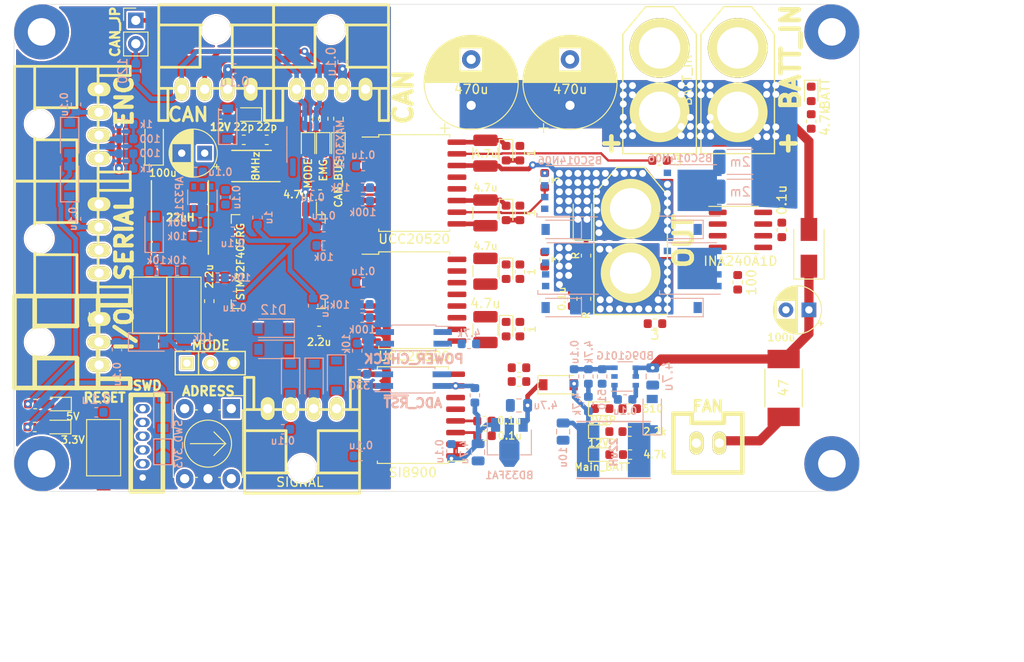
<source format=kicad_pcb>
(kicad_pcb (version 20171130) (host pcbnew "(5.1.2)-1")
  (layers (0 F.Cu signal) (31 B.Cu signal) (34 B.Paste user) (35 F.Paste user) (36 B.SilkS user) (37 F.SilkS user) (38 B.Mask user) (39 F.Mask user) (44 Edge.Cuts user))
  (net 0 "")
  (net 1 /OSC_IN)
  (net 2 GND)
  (net 3 /~RST)
  (net 4 /OSC_OUT)
  (net 5 "Net-(C4-Pad2)")
  (net 6 +3V3)
  (net 7 /CAN_Vdd)
  (net 8 "Net-(C13-Pad1)")
  (net 9 "Net-(C14-Pad1)")
  (net 10 "Net-(C15-Pad2)")
  (net 11 "Net-(C16-Pad2)")
  (net 12 /FB_PWR_OUT)
  (net 13 /FB_PWR)
  (net 14 /OUT_L)
  (net 15 "Net-(C19-Pad1)")
  (net 16 "Net-(C20-Pad1)")
  (net 17 GNDPWR)
  (net 18 /Current)
  (net 19 +3.3VP)
  (net 20 "Net-(C23-Pad2)")
  (net 21 "Net-(C23-Pad1)")
  (net 22 /Voltage)
  (net 23 /batt)
  (net 24 /OUT_R)
  (net 25 /CounterVoltage)
  (net 26 +12P)
  (net 27 "Net-(C30-Pad1)")
  (net 28 "Net-(C31-Pad1)")
  (net 29 +BATT)
  (net 30 +5V)
  (net 31 /PWM_R)
  (net 32 "Net-(D2-Pad2)")
  (net 33 /PWM_L)
  (net 34 "Net-(D3-Pad2)")
  (net 35 "Net-(D4-Pad2)")
  (net 36 +12V)
  (net 37 /PWM0_L)
  (net 38 "Net-(D11-Pad2)")
  (net 39 "Net-(D12-Pad2)")
  (net 40 /PWM0_R)
  (net 41 "Net-(D13-Pad2)")
  (net 42 "Net-(D14-Pad2)")
  (net 43 "Net-(D17-Pad1)")
  (net 44 "Net-(D19-Pad2)")
  (net 45 "Net-(D20-Pad2)")
  (net 46 "Net-(D21-Pad2)")
  (net 47 "Net-(D22-Pad2)")
  (net 48 "Net-(D23-Pad2)")
  (net 49 "Net-(D26-Pad2)")
  (net 50 "Net-(JP1-Pad1)")
  (net 51 /CAN_H)
  (net 52 "Net-(JP2-Pad2)")
  (net 53 /SWCLK)
  (net 54 /SWDIO)
  (net 55 "Net-(P1-Pad6)")
  (net 56 /CAN_L)
  (net 57 /USART2_RX)
  (net 58 /USART2_TX)
  (net 59 /PA4)
  (net 60 "Net-(P7-Pad2)")
  (net 61 "Net-(Q1-Pad4)")
  (net 62 /MOTOR_BATT)
  (net 63 "Net-(Q2-Pad4)")
  (net 64 "Net-(Q3-Pad4)")
  (net 65 "Net-(Q4-Pad4)")
  (net 66 "Net-(R1-Pad1)")
  (net 67 /PA6)
  (net 68 /SW0)
  (net 69 /SW1)
  (net 70 /LED0)
  (net 71 /LED1)
  (net 72 /LED2)
  (net 73 "Net-(R9-Pad2)")
  (net 74 /EN0)
  (net 75 "Net-(R11-Pad1)")
  (net 76 "Net-(R12-Pad1)")
  (net 77 "Net-(R13-Pad2)")
  (net 78 "Net-(R17-Pad2)")
  (net 79 "Net-(R18-Pad2)")
  (net 80 "Net-(R21-Pad1)")
  (net 81 "Net-(R30-Pad2)")
  (net 82 "Net-(R31-Pad2)")
  (net 83 "Net-(R35-Pad1)")
  (net 84 /FB)
  (net 85 /PA8)
  (net 86 "Net-(R40-Pad1)")
  (net 87 "Net-(SW2-Pad1)")
  (net 88 /ADR_1)
  (net 89 /ADR_8)
  (net 90 /ADR_4)
  (net 91 /ADR_2)
  (net 92 /CAN1_RX)
  (net 93 /CAN1_TX)
  (net 94 "Net-(U3-Pad2)")
  (net 95 "Net-(U3-Pad3)")
  (net 96 "Net-(U3-Pad4)")
  (net 97 "Net-(U3-Pad15)")
  (net 98 "Net-(U3-Pad21)")
  (net 99 "Net-(U3-Pad23)")
  (net 100 "Net-(U3-Pad24)")
  (net 101 "Net-(U3-Pad25)")
  (net 102 "Net-(U3-Pad26)")
  (net 103 "Net-(U3-Pad27)")
  (net 104 "Net-(U3-Pad29)")
  (net 105 "Net-(U3-Pad30)")
  (net 106 "Net-(U3-Pad33)")
  (net 107 "Net-(U3-Pad37)")
  (net 108 "Net-(U3-Pad38)")
  (net 109 "Net-(U3-Pad39)")
  (net 110 "Net-(U3-Pad40)")
  (net 111 /USART1_TX)
  (net 112 /USART1_RX)
  (net 113 /PA11)
  (net 114 "Net-(U3-Pad45)")
  (net 115 "Net-(U3-Pad50)")
  (net 116 "Net-(U3-Pad51)")
  (net 117 "Net-(U3-Pad52)")
  (net 118 "Net-(U3-Pad53)")
  (net 119 "Net-(U3-Pad54)")
  (net 120 "Net-(U3-Pad55)")
  (net 121 "Net-(U3-Pad58)")
  (net 122 "Net-(U3-Pad59)")
  (net 123 "Net-(U4-Pad13)")
  (net 124 "Net-(U4-Pad12)")
  (net 125 "Net-(U4-Pad7)")
  (net 126 "Net-(U4-Pad2)")
  (net 127 "Net-(U5-Pad6)")
  (net 128 "Net-(U5-Pad11)")
  (net 129 "Net-(U5-Pad14)")
  (net 130 "Net-(U5-Pad15)")
  (net 131 "Net-(U10-Pad2)")
  (net 132 "Net-(U10-Pad7)")
  (net 133 "Net-(U10-Pad12)")
  (net 134 "Net-(U10-Pad13)")
  (net 135 "Net-(D27-Pad2)")
  (net 136 "Net-(C26-Pad2)")
  (net 137 "Net-(P11-Pad4)")
  (net 138 "Net-(P11-Pad3)")
  (net 139 /TIM3_CH1)
  (net 140 /TIM3_CH2)
  (net 141 "Net-(C39-Pad1)")
  (net 142 "Net-(C39-Pad2)")
  (net 143 /ADC_~RST)
  (net 144 "Net-(D7-Pad1)")
  (net 145 "Net-(D8-Pad1)")
  (net 146 "Net-(D9-Pad1)")
  (net 147 "Net-(D32-Pad2)")
  (net 148 "Net-(D33-Pad2)")
  (net 149 "Net-(D34-Pad2)")
  (module Capacitor_SMD:C_0603_1608Metric (layer F.Cu) (at 176.25 69.75)
    (fp_text reference C1 hide)
    (fp_text value 22p (at 0 -1.414214) (layer F.SilkS) (effects (font (size 0.8 0.8))))
    (pad 2 smd roundrect (at 0.7875 0) (size 0.875 0.95) (layers F.Cu F.Paste F.Mask) (net 1 /OSC_IN))
    (pad 1 smd roundrect (at -0.7875 0) (size 0.875 0.95) (layers F.Cu F.Paste F.Mask) (net 2 GND))
  )
  (module Capacitor_SMD:C_0603_1608Metric (layer B.Cu) (at 157.7 99.4)
    (fp_text reference C2 hide)
    (fp_text value 0.1u (at 0 -1.43) (layer B.SilkS) (effects (justify mirror)))
    (pad 1 smd roundrect (at -0.7875 0) (size 0.875 0.95) (layers B.Cu B.Paste B.Mask) (net 2 GND))
    (pad 2 smd roundrect (at 0.7875 0) (size 0.875 0.95) (layers B.Cu B.Paste B.Mask) (net 3 /~RST))
  )
  (module Capacitor_SMD:C_0603_1608Metric (layer F.Cu) (at 173.75 69.75 180)
    (fp_text reference C3 hide)
    (fp_text value 22p (at 0 1.414214) (layer F.SilkS) (effects (font (size 0.8 0.8))))
    (pad 1 smd roundrect (at -0.7875 0 180) (size 0.875 0.95) (layers F.Cu F.Paste F.Mask) (net 2 GND))
    (pad 2 smd roundrect (at 0.7875 0 180) (size 0.875 0.95) (layers F.Cu F.Paste F.Mask) (net 4 /OSC_OUT))
  )
  (module Capacitor_SMD:C_0603_1608Metric (layer B.Cu) (at 178 101.25)
    (fp_text reference C4 hide)
    (fp_text value 0.1u (at 0 1.25) (layer B.SilkS) (effects (font (size 0.8 0.8)) (justify mirror)))
    (pad 1 smd roundrect (at -0.7875 0) (size 0.875 0.95) (layers B.Cu B.Paste B.Mask) (net 2 GND))
    (pad 2 smd roundrect (at 0.7875 0) (size 0.875 0.95) (layers B.Cu B.Paste B.Mask) (net 5 "Net-(C4-Pad2)"))
  )
  (module Capacitor_SMD:C_0603_1608Metric (layer B.Cu) (at 172.55 79.75 180)
    (fp_text reference C5 hide)
    (fp_text value 0.1u (at 0 -1.25) (layer B.SilkS) (effects (font (size 0.8 0.8)) (justify mirror)))
    (pad 1 smd roundrect (at -0.7875 0 180) (size 0.875 0.95) (layers B.Cu B.Paste B.Mask) (net 6 +3V3))
    (pad 2 smd roundrect (at 0.7875 0 180) (size 0.875 0.95) (layers B.Cu B.Paste B.Mask) (net 2 GND))
  )
  (module Capacitor_SMD:C_0603_1608Metric (layer B.Cu) (at 172.75 86.75 180)
    (fp_text reference C6 hide)
    (fp_text value 0.1u (at 0 -1.25) (layer B.SilkS) (effects (font (size 0.8 0.8)) (justify mirror)))
    (pad 2 smd roundrect (at 0.7875 0 180) (size 0.875 0.95) (layers B.Cu B.Paste B.Mask) (net 2 GND))
    (pad 1 smd roundrect (at -0.7875 0 180) (size 0.875 0.95) (layers B.Cu B.Paste B.Mask) (net 6 +3V3))
  )
  (module Capacitor_SMD:C_0603_1608Metric (layer B.Cu) (at 184.5 61.25 270)
    (fp_text reference C7 hide)
    (fp_text value 0.1u (at 0 1.25 90) (layer B.SilkS) (effects (justify mirror)))
    (pad 2 smd roundrect (at 0.7875 0 270) (size 0.875 0.95) (layers B.Cu B.Paste B.Mask) (net 7 /CAN_Vdd))
    (pad 1 smd roundrect (at -0.7875 0 270) (size 0.875 0.95) (layers B.Cu B.Paste B.Mask) (net 2 GND))
  )
  (module Capacitor_SMD:C_0603_1608Metric (layer B.Cu) (at 181.3 87.8 270)
    (fp_text reference C8 hide)
    (fp_text value 0.1u (at 0 -1.254999 90) (layer B.SilkS) (effects (font (size 0.8 0.8)) (justify mirror)))
    (pad 2 smd roundrect (at 0.7875 0 270) (size 0.875 0.95) (layers B.Cu B.Paste B.Mask) (net 2 GND))
    (pad 1 smd roundrect (at -0.7875 0 270) (size 0.875 0.95) (layers B.Cu B.Paste B.Mask) (net 6 +3V3))
  )
  (module Capacitor_SMD:C_0603_1608Metric (layer B.Cu) (at 182.45 79.25)
    (fp_text reference C9 hide)
    (fp_text value 0.1u (at -0.005001 -1.244999) (layer B.SilkS) (effects (font (size 0.8 0.8)) (justify mirror)))
    (pad 1 smd roundrect (at -0.7875 0) (size 0.875 0.95) (layers B.Cu B.Paste B.Mask) (net 6 +3V3))
    (pad 2 smd roundrect (at 0.7875 0) (size 0.875 0.95) (layers B.Cu B.Paste B.Mask) (net 2 GND))
  )
  (module Capacitor_SMD:C_0603_1608Metric (layer B.Cu) (at 175.25 78.2 90)
    (fp_text reference C10 hide)
    (fp_text value 1u (at 0 1.2 90) (layer B.SilkS) (effects (font (size 0.8 0.8)) (justify mirror)))
    (pad 2 smd roundrect (at 0.7875 0 90) (size 0.875 0.95) (layers B.Cu B.Paste B.Mask) (net 2 GND))
    (pad 1 smd roundrect (at -0.7875 0 90) (size 0.875 0.95) (layers B.Cu B.Paste B.Mask) (net 6 +3V3))
  )
  (module Capacitor_SMD:C_0603_1608Metric (layer B.Cu) (at 172.75 62 180)
    (fp_text reference C11 hide)
    (fp_text value 0.1u (at 0 -1.43) (layer B.SilkS) (effects (justify mirror)))
    (pad 2 smd roundrect (at 0.7875 0 180) (size 0.875 0.95) (layers B.Cu B.Paste B.Mask) (net 7 /CAN_Vdd))
    (pad 1 smd roundrect (at -0.7875 0 180) (size 0.875 0.95) (layers B.Cu B.Paste B.Mask) (net 2 GND))
  )
  (module Capacitor_SMD:C_0603_1608Metric (layer F.Cu) (at 182.05 75.7)
    (fp_text reference C12 hide)
    (fp_text value 4.7u (at -2.7 0) (layer F.SilkS) (effects (font (size 0.8 0.8))))
    (pad 1 smd roundrect (at -0.7875 0) (size 0.875 0.95) (layers F.Cu F.Paste F.Mask) (net 6 +3V3))
    (pad 2 smd roundrect (at 0.7875 0) (size 0.875 0.95) (layers F.Cu F.Paste F.Mask) (net 2 GND))
  )
  (module Capacitor_SMD:C_0603_1608Metric (layer F.Cu) (at 170 87.3 270)
    (fp_text reference C13 hide)
    (fp_text value 2.2u (at -2.7 0 90) (layer F.SilkS) (effects (font (size 0.8 0.8))))
    (pad 1 smd roundrect (at -0.7875 0 270) (size 0.875 0.95) (layers F.Cu F.Paste F.Mask) (net 8 "Net-(C13-Pad1)"))
    (pad 2 smd roundrect (at 0.7875 0 270) (size 0.875 0.95) (layers F.Cu F.Paste F.Mask) (net 2 GND))
  )
  (module Capacitor_SMD:C_0603_1608Metric (layer F.Cu) (at 181.95 90.55)
    (fp_text reference C14 hide)
    (fp_text value 2.2u (at 0 1.2) (layer F.SilkS) (effects (font (size 0.8 0.8))))
    (pad 2 smd roundrect (at 0.7875 0) (size 0.875 0.95) (layers F.Cu F.Paste F.Mask) (net 2 GND))
    (pad 1 smd roundrect (at -0.7875 0) (size 0.875 0.95) (layers F.Cu F.Paste F.Mask) (net 9 "Net-(C14-Pad1)"))
  )
  (module Capacitor_SMD:C_0603_1608Metric (layer B.Cu) (at 155.5 78.35 270)
    (fp_text reference C15 hide)
    (fp_text value 0.1u (at 0 0.35 90) (layer B.SilkS) (effects (font (size 0.8 0.8)) (justify mirror)))
    (pad 1 smd roundrect (at -0.7875 0 270) (size 0.875 0.95) (layers B.Cu B.Paste B.Mask) (net 2 GND))
    (pad 2 smd roundrect (at 0.7875 0 270) (size 0.875 0.95) (layers B.Cu B.Paste B.Mask) (net 10 "Net-(C15-Pad2)"))
  )
  (module Capacitor_SMD:C_0603_1608Metric (layer B.Cu) (at 159.95 92.55 90)
    (fp_text reference C16 hide)
    (fp_text value 0.1u (at -2.7 0 90) (layer B.SilkS) (effects (font (size 0.8 0.8)) (justify mirror)))
    (pad 2 smd roundrect (at 0.7875 0 90) (size 0.875 0.95) (layers B.Cu B.Paste B.Mask) (net 11 "Net-(C16-Pad2)"))
    (pad 1 smd roundrect (at -0.7875 0 90) (size 0.875 0.95) (layers B.Cu B.Paste B.Mask) (net 2 GND))
  )
  (module Capacitor_SMD:C_0603_1608Metric (layer B.Cu) (at 186.5 104.15)
    (fp_text reference C17 hide)
    (fp_text value 0.1u (at 0 -1.15) (layer B.SilkS) (effects (font (size 0.8 0.8)) (justify mirror)))
    (pad 1 smd roundrect (at -0.7875 0) (size 0.875 0.95) (layers B.Cu B.Paste B.Mask) (net 6 +3V3))
    (pad 2 smd roundrect (at 0.7875 0) (size 0.875 0.95) (layers B.Cu B.Paste B.Mask) (net 2 GND))
  )
  (module Capacitor_SMD:C_0603_1608Metric (layer B.Cu) (at 209.7 95.5 90)
    (fp_text reference C18 hide)
    (fp_text value 0.1u (at 2.65 0.05 90) (layer B.SilkS) (effects (font (size 0.8 0.8)) (justify mirror)))
    (pad 1 smd roundrect (at -0.7875 0 90) (size 0.875 0.95) (layers B.Cu B.Paste B.Mask) (net 12 /FB_PWR_OUT))
    (pad 2 smd roundrect (at 0.7875 0 90) (size 0.875 0.95) (layers B.Cu B.Paste B.Mask) (net 13 /FB_PWR))
  )
  (module Capacitor_SMD:C_1210_3225Metric (layer F.Cu) (at 200.05 71.2 270)
    (fp_text reference C19 hide)
    (fp_text value 4.7u (at 0.05 0 180) (layer F.SilkS) (effects (font (size 0.8 0.8))))
    (pad 2 smd roundrect (at 1.4 0 270) (size 1.25 2.65) (layers F.Cu F.Paste F.Mask) (roundrect_rratio 0.2) (net 14 /OUT_L))
    (pad 1 smd roundrect (at -1.4 0 270) (size 1.25 2.65) (layers F.Cu F.Paste F.Mask) (roundrect_rratio 0.2) (net 15 "Net-(C19-Pad1)"))
  )
  (module Capacitor_SMD:C_1210_3225Metric (layer F.Cu) (at 200.05 77.7 270)
    (fp_text reference C20 hide)
    (fp_text value 4.7u (at -2.75 0 180) (layer F.SilkS) (effects (font (size 0.8 0.8))))
    (pad 1 smd roundrect (at -1.4 0 270) (size 1.25 2.65) (layers F.Cu F.Paste F.Mask) (roundrect_rratio 0.2) (net 16 "Net-(C20-Pad1)"))
    (pad 2 smd roundrect (at 1.4 0 270) (size 1.25 2.65) (layers F.Cu F.Paste F.Mask) (roundrect_rratio 0.2) (net 17 GNDPWR))
  )
  (module Capacitor_SMD:C_0603_1608Metric (layer F.Cu) (at 199.95 101.95)
    (fp_text reference C21 hide)
    (fp_text value 0.1u (at 2.75 0 180) (layer F.SilkS) (effects (font (size 0.8 0.8))))
    (pad 1 smd roundrect (at -0.7875 0) (size 0.875 0.95) (layers F.Cu F.Paste F.Mask) (net 18 /Current))
    (pad 2 smd roundrect (at 0.7875 0) (size 0.875 0.95) (layers F.Cu F.Paste F.Mask) (net 17 GNDPWR))
  )
  (module Capacitor_SMD:C_0603_1608Metric (layer B.Cu) (at 196.35 103.65 90)
    (fp_text reference C22 hide)
    (fp_text value 0.1u (at 0 -1.3 270) (layer B.SilkS) (effects (font (size 0.8 0.8)) (justify mirror)))
    (pad 1 smd roundrect (at -0.7875 0 90) (size 0.875 0.95) (layers B.Cu B.Paste B.Mask) (net 19 +3.3VP))
    (pad 2 smd roundrect (at 0.7875 0 90) (size 0.875 0.95) (layers B.Cu B.Paste B.Mask) (net 17 GNDPWR))
  )
  (module Capacitor_SMD:C_0603_1608Metric (layer B.Cu) (at 215.25 98 180)
    (fp_text reference C23 hide)
    (fp_text value 0.1u (at 0 -1.25) (layer B.SilkS) (effects (font (size 0.8 0.8)) (justify mirror)))
    (pad 2 smd roundrect (at 0.7875 0 180) (size 0.875 0.95) (layers B.Cu B.Paste B.Mask) (net 20 "Net-(C23-Pad2)"))
    (pad 1 smd roundrect (at -0.7875 0 180) (size 0.875 0.95) (layers B.Cu B.Paste B.Mask) (net 21 "Net-(C23-Pad1)"))
  )
  (module Capacitor_SMD:C_0603_1608Metric (layer F.Cu) (at 199.95 100.35)
    (fp_text reference C24 hide)
    (fp_text value 0.1u (at 2.7 -0.05) (layer F.SilkS) (effects (font (size 0.8 0.8))))
    (pad 2 smd roundrect (at 0.7875 0) (size 0.875 0.95) (layers F.Cu F.Paste F.Mask) (net 17 GNDPWR))
    (pad 1 smd roundrect (at -0.7875 0) (size 0.875 0.95) (layers F.Cu F.Paste F.Mask) (net 22 /Voltage))
  )
  (module Capacitor_THT:CP_Radial_D5.0mm_P2.50mm (layer F.Cu) (at 235.25 88.25 180)
    (fp_text reference C25 hide)
    (fp_text value 100u (at 3 -3 180) (layer F.SilkS) (effects (font (size 0.8 0.8))))
    (pad 1 thru_hole rect (at 0 0 180) (size 1.6 1.6) (drill 0.8) (layers *.Cu *.Mask) (net 23 /batt))
    (pad 2 thru_hole circle (at 2.5 0 180) (size 1.6 1.6) (drill 0.8) (layers *.Cu *.Mask) (net 17 GNDPWR))
  )
  (module Capacitor_SMD:C_0603_1608Metric (layer F.Cu) (at 209.5 87.05 270)
    (fp_text reference C27 hide)
    (fp_text value 0.1u (at 0 1.15 90) (layer F.SilkS) (effects (font (size 0.8 0.8))))
    (pad 1 smd roundrect (at -0.7875 0 270) (size 0.875 0.95) (layers F.Cu F.Paste F.Mask) (net 25 /CounterVoltage))
    (pad 2 smd roundrect (at 0.7875 0 270) (size 0.875 0.95) (layers F.Cu F.Paste F.Mask) (net 24 /OUT_R))
  )
  (module Capacitor_SMD:C_0805_2012Metric (layer B.Cu) (at 208.5 101.5 270)
    (fp_text reference C28 hide)
    (fp_text value 10u (at 2.8 0 90) (layer B.SilkS) (effects (font (size 0.8 0.8)) (justify mirror)))
    (pad 1 smd roundrect (at -0.9375 0 270) (size 0.975 1.4) (layers B.Cu B.Paste B.Mask) (net 12 /FB_PWR_OUT))
    (pad 2 smd roundrect (at 0.9375 0 270) (size 0.975 1.4) (layers B.Cu B.Paste B.Mask) (net 17 GNDPWR))
  )
  (module Capacitor_SMD:C_0805_2012Metric (layer B.Cu) (at 203.7 98.65 180)
    (fp_text reference C29 hide)
    (fp_text value 4.7u (at -2.9 0) (layer B.SilkS) (effects (font (size 0.8 0.8)) (justify mirror)))
    (pad 1 smd roundrect (at -0.9375 0 180) (size 0.975 1.4) (layers B.Cu B.Paste B.Mask) (net 26 +12P))
    (pad 2 smd roundrect (at 0.9375 0 180) (size 0.975 1.4) (layers B.Cu B.Paste B.Mask) (net 17 GNDPWR))
  )
  (module Capacitor_SMD:C_1210_3225Metric (layer F.Cu) (at 200.05 84.05 270)
    (fp_text reference C30 hide)
    (fp_text value 4.7u (at -2.75 0 180) (layer F.SilkS) (effects (font (size 0.8 0.8))))
    (pad 2 smd roundrect (at 1.4 0 270) (size 1.25 2.65) (layers F.Cu F.Paste F.Mask) (roundrect_rratio 0.2) (net 24 /OUT_R))
    (pad 1 smd roundrect (at -1.4 0 270) (size 1.25 2.65) (layers F.Cu F.Paste F.Mask) (roundrect_rratio 0.2) (net 27 "Net-(C30-Pad1)"))
  )
  (module Capacitor_SMD:C_1210_3225Metric (layer F.Cu) (at 200.05 90.4 270)
    (fp_text reference C31 hide)
    (fp_text value 4.7u (at -2.85 0 180) (layer F.SilkS))
    (pad 1 smd roundrect (at -1.4 0 270) (size 1.25 2.65) (layers F.Cu F.Paste F.Mask) (roundrect_rratio 0.2) (net 28 "Net-(C31-Pad1)"))
    (pad 2 smd roundrect (at 1.4 0 270) (size 1.25 2.65) (layers F.Cu F.Paste F.Mask) (roundrect_rratio 0.2) (net 17 GNDPWR))
  )
  (module Capacitor_SMD:C_0805_2012Metric (layer B.Cu) (at 199.25 103.75 270)
    (fp_text reference C32 hide)
    (fp_text value 4.7u (at 0 1.5 90) (layer B.SilkS) (effects (font (size 0.8 0.8)) (justify mirror)))
    (pad 2 smd roundrect (at 0.9375 0 270) (size 0.975 1.4) (layers B.Cu B.Paste B.Mask) (net 17 GNDPWR))
    (pad 1 smd roundrect (at -0.9375 0 270) (size 0.975 1.4) (layers B.Cu B.Paste B.Mask) (net 19 +3.3VP))
  )
  (module Capacitor_THT:CP_Radial_D5.0mm_P2.50mm (layer F.Cu) (at 169.5 71.2 180)
    (fp_text reference C33 hide)
    (fp_text value 100u (at 4.55 -2.15) (layer F.SilkS) (effects (font (size 0.8 0.8))))
    (pad 2 thru_hole circle (at 2.5 0 180) (size 1.6 1.6) (drill 0.8) (layers *.Cu *.Mask) (net 2 GND))
    (pad 1 thru_hole rect (at 0 0 180) (size 1.6 1.6) (drill 0.8) (layers *.Cu *.Mask) (net 36 +12V))
  )
  (module Capacitor_THT:CP_Radial_D10.0mm_P5.00mm (layer F.Cu) (at 209.25 66 90)
    (fp_text reference C34 hide)
    (fp_text value 470u (at 1.75 0 180) (layer F.SilkS))
    (pad 1 thru_hole rect (at 0 0 90) (size 2 2) (drill 1) (layers *.Cu *.Mask) (net 29 +BATT))
    (pad 2 thru_hole circle (at 5 0 90) (size 2 2) (drill 1) (layers *.Cu *.Mask) (net 17 GNDPWR))
  )
  (module Capacitor_THT:CP_Radial_D10.0mm_P5.00mm (layer F.Cu) (at 198.5 66 90)
    (fp_text reference C35 hide)
    (fp_text value 470u (at 1.75 0 180) (layer F.SilkS))
    (pad 2 thru_hole circle (at 5 0 90) (size 2 2) (drill 1) (layers *.Cu *.Mask) (net 17 GNDPWR))
    (pad 1 thru_hole rect (at 0 0 90) (size 2 2) (drill 1) (layers *.Cu *.Mask) (net 29 +BATT))
  )
  (module Diode_SMD:D_SOD-123 (layer B.Cu) (at 178.85 95.75 270)
    (fp_text reference D1 hide)
    (fp_text value DIODE)
    (pad 2 smd rect (at 1.65 0 270) (size 0.9 1.2) (layers B.Cu B.Paste B.Mask) (net 5 "Net-(C4-Pad2)"))
    (pad 1 smd rect (at -1.65 0 270) (size 0.9 1.2) (layers B.Cu B.Paste B.Mask) (net 30 +5V))
  )
  (module Diode_SMD:D_SOD-123 (layer B.Cu) (at 181.4 95.75 270)
    (fp_text reference D2 hide)
    (fp_text value DIODE)
    (pad 1 smd rect (at -1.65 0 270) (size 0.9 1.2) (layers B.Cu B.Paste B.Mask) (net 31 /PWM_R))
    (pad 2 smd rect (at 1.65 0 270) (size 0.9 1.2) (layers B.Cu B.Paste B.Mask) (net 32 "Net-(D2-Pad2)"))
  )
  (module Diode_SMD:D_SOD-123 (layer B.Cu) (at 183.85 95.4 270)
    (fp_text reference D3 hide)
    (fp_text value DIODE)
    (pad 1 smd rect (at -1.65 0 270) (size 0.9 1.2) (layers B.Cu B.Paste B.Mask) (net 33 /PWM_L))
    (pad 2 smd rect (at 1.65 0 270) (size 0.9 1.2) (layers B.Cu B.Paste B.Mask) (net 34 "Net-(D3-Pad2)"))
  )
  (module Diode_SMD:D_SOD-123 (layer B.Cu) (at 164.95 99.45 270)
    (fp_text reference D4 hide)
    (fp_text value DIODE)
    (pad 2 smd rect (at 1.65 0 270) (size 0.9 1.2) (layers B.Cu B.Paste B.Mask) (net 35 "Net-(D4-Pad2)"))
    (pad 1 smd rect (at -1.65 0 270) (size 0.9 1.2) (layers B.Cu B.Paste B.Mask) (net 6 +3V3))
  )
  (module Diode_SMD:D_SOD-123 (layer B.Cu) (at 172 68 90)
    (fp_text reference D5 hide)
    (fp_text value DIODE)
    (pad 1 smd rect (at -1.65 0 90) (size 0.9 1.2) (layers B.Cu B.Paste B.Mask) (net 36 +12V))
    (pad 2 smd rect (at 1.65 0 90) (size 0.9 1.2) (layers B.Cu B.Paste B.Mask) (net 7 /CAN_Vdd))
  )
  (module Diode_SMD:D_SOD-123 (layer B.Cu) (at 154.8 74.25 90)
    (fp_text reference D6 hide)
    (fp_text value DIODE)
    (pad 2 smd rect (at 1.65 0 90) (size 0.9 1.2) (layers B.Cu B.Paste B.Mask) (net 30 +5V))
    (pad 1 smd rect (at -1.65 0 90) (size 0.9 1.2) (layers B.Cu B.Paste B.Mask) (net 10 "Net-(C15-Pad2)"))
  )
  (module LED_SMD:LED_0603_1608Metric (layer F.Cu) (at 184.05 70.45 270)
    (fp_text reference D7 hide)
    (fp_text value CAN_BUS (at 4 0 270) (layer F.SilkS) (effects (font (size 0.8 0.8))))
    (pad 2 smd roundrect (at 0.7875 0 270) (size 0.875 0.95) (layers F.Cu F.Paste F.Mask) (net 70 /LED0))
    (pad 1 smd roundrect (at -0.7875 0 270) (size 0.875 0.95) (layers F.Cu F.Paste F.Mask) (net 144 "Net-(D7-Pad1)"))
  )
  (module LED_SMD:LED_0603_1608Metric (layer F.Cu) (at 182.4 70.45 270)
    (fp_text reference D8 hide)
    (fp_text value EMG (at 2.6 0 90) (layer F.SilkS) (effects (font (size 0.8 0.8))))
    (pad 1 smd roundrect (at -0.7875 0 270) (size 0.875 0.95) (layers F.Cu F.Paste F.Mask) (net 145 "Net-(D8-Pad1)"))
    (pad 2 smd roundrect (at 0.7875 0 270) (size 0.875 0.95) (layers F.Cu F.Paste F.Mask) (net 71 /LED1))
  )
  (module LED_SMD:LED_0603_1608Metric (layer F.Cu) (at 180.75 70.45 270)
    (fp_text reference D9 hide)
    (fp_text value MODE (at 2.95 0 90) (layer F.SilkS) (effects (font (size 0.8 0.8))))
    (pad 2 smd roundrect (at 0.7875 0 270) (size 0.875 0.95) (layers F.Cu F.Paste F.Mask) (net 72 /LED2))
    (pad 1 smd roundrect (at -0.7875 0 270) (size 0.875 0.95) (layers F.Cu F.Paste F.Mask) (net 146 "Net-(D9-Pad1)"))
  )
  (module Diode_SMD:D_SOD-123 (layer B.Cu) (at 163.45 91.75)
    (fp_text reference D10 hide)
    (fp_text value DIODE)
    (pad 2 smd rect (at 1.65 0) (size 0.9 1.2) (layers B.Cu B.Paste B.Mask) (net 30 +5V))
    (pad 1 smd rect (at -1.65 0) (size 0.9 1.2) (layers B.Cu B.Paste B.Mask) (net 11 "Net-(C16-Pad2)"))
  )
  (module Diode_SMD:D_SOD-123 (layer B.Cu) (at 177 92.55 180)
    (fp_text reference D11 hide)
    (fp_text value DIODE)
    (pad 1 smd rect (at -1.65 0 180) (size 0.9 1.2) (layers B.Cu B.Paste B.Mask) (net 37 /PWM0_L))
    (pad 2 smd rect (at 1.65 0 180) (size 0.9 1.2) (layers B.Cu B.Paste B.Mask) (net 38 "Net-(D11-Pad2)"))
  )
  (module Diode_SMD:D_SOD-123 (layer B.Cu) (at 177 90.25 180)
    (fp_text reference D12 (at 0 2) (layer B.SilkS) (effects (justify mirror)))
    (fp_text value DIODE)
    (pad 2 smd rect (at 1.65 0 180) (size 0.9 1.2) (layers B.Cu B.Paste B.Mask) (net 39 "Net-(D12-Pad2)"))
    (pad 1 smd rect (at -1.65 0 180) (size 0.9 1.2) (layers B.Cu B.Paste B.Mask) (net 40 /PWM0_R))
  )
  (module Diode_SMD:D_0603_1608Metric (layer F.Cu) (at 202.3 71.2 270)
    (fp_text reference D13 hide)
    (fp_text value DIODE)
    (pad 1 smd roundrect (at -0.7875 0 270) (size 0.875 0.95) (layers F.Cu F.Paste F.Mask) (net 15 "Net-(C19-Pad1)"))
    (pad 2 smd roundrect (at 0.7875 0 270) (size 0.875 0.95) (layers F.Cu F.Paste F.Mask) (net 41 "Net-(D13-Pad2)"))
  )
  (module Diode_SMD:D_0603_1608Metric (layer F.Cu) (at 202.3 77.7 270)
    (fp_text reference D14 hide)
    (fp_text value DIODE)
    (pad 2 smd roundrect (at 0.7875 0 270) (size 0.875 0.95) (layers F.Cu F.Paste F.Mask) (net 42 "Net-(D14-Pad2)"))
    (pad 1 smd roundrect (at -0.7875 0 270) (size 0.875 0.95) (layers F.Cu F.Paste F.Mask) (net 16 "Net-(C20-Pad1)"))
  )
  (module Diode_SMD:D_SMA (layer F.Cu) (at 235.25 81.5 90)
    (fp_text reference D15 hide)
    (fp_text value DIODE)
    (pad 1 smd rect (at -2 0 90) (size 2.5 1.8) (layers F.Cu F.Paste F.Mask) (net 23 /batt))
    (pad 2 smd rect (at 2 0 90) (size 2.5 1.8) (layers F.Cu F.Paste F.Mask) (net 29 +BATT))
  )
  (module Diode_SMD:D_SOD-123 (layer B.Cu) (at 218.2 99.6 90)
    (fp_text reference D16 hide)
    (fp_text value DIODE)
    (pad 1 smd rect (at -1.65 0 90) (size 0.9 1.2) (layers B.Cu B.Paste B.Mask) (net 21 "Net-(C23-Pad1)"))
    (pad 2 smd rect (at 1.65 0 90) (size 0.9 1.2) (layers B.Cu B.Paste B.Mask) (net 17 GNDPWR))
  )
  (module Diode_SMD:D_SOD-123 (layer F.Cu) (at 210.6 78.4 90)
    (fp_text reference D17 hide)
    (fp_text value DIODE)
    (pad 1 smd rect (at -1.65 0 90) (size 0.9 1.2) (layers F.Cu F.Paste F.Mask) (net 43 "Net-(D17-Pad1)"))
    (pad 2 smd rect (at 1.65 0 90) (size 0.9 1.2) (layers F.Cu F.Paste F.Mask) (net 14 /OUT_L))
  )
  (module Diode_SMD:D_SOD-123 (layer F.Cu) (at 208 96.4)
    (fp_text reference D18 hide)
    (fp_text value DIODE)
    (pad 2 smd rect (at 1.65 0) (size 0.9 1.2) (layers F.Cu F.Paste F.Mask) (net 12 /FB_PWR_OUT))
    (pad 1 smd rect (at -1.65 0) (size 0.9 1.2) (layers F.Cu F.Paste F.Mask) (net 26 +12P))
  )
  (module Diode_SMD:D_0603_1608Metric (layer F.Cu) (at 202.3 84.1 270)
    (fp_text reference D19 hide)
    (fp_text value DIODE)
    (pad 1 smd roundrect (at -0.7875 0 270) (size 0.875 0.95) (layers F.Cu F.Paste F.Mask) (net 27 "Net-(C30-Pad1)"))
    (pad 2 smd roundrect (at 0.7875 0 270) (size 0.875 0.95) (layers F.Cu F.Paste F.Mask) (net 44 "Net-(D19-Pad2)"))
  )
  (module Diode_SMD:D_0603_1608Metric (layer F.Cu) (at 202.3 90.35 270)
    (fp_text reference D20 hide)
    (fp_text value DIODE)
    (pad 2 smd roundrect (at 0.7875 0 270) (size 0.875 0.95) (layers F.Cu F.Paste F.Mask) (net 45 "Net-(D20-Pad2)"))
    (pad 1 smd roundrect (at -0.7875 0 270) (size 0.875 0.95) (layers F.Cu F.Paste F.Mask) (net 28 "Net-(C31-Pad1)"))
  )
  (module LED_SMD:LED_0603_1608Metric (layer F.Cu) (at 235.5 64.75 270)
    (fp_text reference D21 hide)
    (fp_text value BATT (at 0 -1.5 90) (layer F.SilkS))
    (pad 2 smd roundrect (at 0.7875 0 270) (size 0.875 0.95) (layers F.Cu F.Paste F.Mask) (net 46 "Net-(D21-Pad2)"))
    (pad 1 smd roundrect (at -0.7875 0 270) (size 0.875 0.95) (layers F.Cu F.Paste F.Mask) (net 17 GNDPWR))
  )
  (module LED_SMD:LED_0603_1608Metric (layer F.Cu) (at 212.75 101.5)
    (fp_text reference D22 hide)
    (fp_text value 12VP (at 0 1.25) (layer F.SilkS) (effects (font (size 0.8 0.8))))
    (pad 1 smd roundrect (at -0.7875 0) (size 0.875 0.95) (layers F.Cu F.Paste F.Mask) (net 17 GNDPWR))
    (pad 2 smd roundrect (at 0.7875 0) (size 0.875 0.95) (layers F.Cu F.Paste F.Mask) (net 47 "Net-(D22-Pad2)"))
  )
  (module LED_SMD:LED_0603_1608Metric (layer F.Cu) (at 212.75 99)
    (fp_text reference D23 hide)
    (fp_text value 3V3P (at 0 1.25) (layer F.SilkS) (effects (font (size 0.8 0.8))))
    (pad 1 smd roundrect (at -0.7875 0) (size 0.875 0.95) (layers F.Cu F.Paste F.Mask) (net 17 GNDPWR))
    (pad 2 smd roundrect (at 0.7875 0) (size 0.875 0.95) (layers F.Cu F.Paste F.Mask) (net 48 "Net-(D23-Pad2)"))
  )
  (module Diode_SMD:D_SOD-123 (layer F.Cu) (at 164 70.25 90)
    (fp_text reference D24 hide)
    (fp_text value DIODE)
    (pad 2 smd rect (at 1.65 0 90) (size 0.9 1.2) (layers F.Cu F.Paste F.Mask) (net 2 GND))
    (pad 1 smd rect (at -1.65 0 90) (size 0.9 1.2) (layers F.Cu F.Paste F.Mask) (net 141 "Net-(C39-Pad1)"))
  )
  (module Diode_SMD:D_SOD-123 (layer B.Cu) (at 164 79.75 90)
    (fp_text reference D26 hide)
    (fp_text value DIODE)
    (pad 1 smd rect (at -1.65 0 90) (size 0.9 1.2) (layers B.Cu B.Paste B.Mask) (net 30 +5V))
    (pad 2 smd rect (at 1.65 0 90) (size 0.9 1.2) (layers B.Cu B.Paste B.Mask) (net 49 "Net-(D26-Pad2)"))
  )
  (module Jumper:SolderJumper-2_P1.3mm_Open_TrianglePad1.0x1.5mm (layer B.Cu) (at 164.95 103.7 90)
    (fp_text reference JP1 hide)
    (fp_text value SWD_3V3 (at 0.85 1.7 90) (layer B.SilkS) (effects (font (size 0.8 0.8)) (justify mirror)))
    (pad 2 smd custom (at 0.725 0 90) (size 0.3 0.3) (layers B.Cu B.Mask) (net 35 "Net-(D4-Pad2)") (options (clearance outline) (anchor rect)) (primitives (gr_poly (pts (xy -0.65 0.75) (xy 0.5 0.75) (xy 0.5 -0.75) (xy -0.65 -0.75) (xy -0.15 0)) (width 0))))
    (pad 1 smd custom (at -0.725 0 90) (size 0.3 0.3) (layers B.Cu B.Mask) (net 50 "Net-(JP1-Pad1)") (options (clearance outline) (anchor rect)) (primitives (gr_poly (pts (xy -0.5 0.75) (xy 0.5 0.75) (xy 1 0) (xy 0.5 -0.75) (xy -0.5 -0.75)) (width 0))))
  )
  (module Connector_PinHeader_2.54mm:PinHeader_1x02_P2.54mm_Vertical (layer F.Cu) (at 162 56.75)
    (fp_text reference JP2 hide)
    (fp_text value CAN_JP (at -2.25 1.25 90) (layer F.SilkS) (effects (font (thickness 0.25))))
    (pad 1 thru_hole rect (at 0 0) (size 1.7 1.7) (drill 1) (layers *.Cu *.Mask) (net 51 /CAN_H))
    (pad 2 thru_hole oval (at 0 2.54) (size 1.7 1.7) (drill 1) (layers *.Cu *.Mask) (net 52 "Net-(JP2-Pad2)"))
  )
  (module Mizz_lib:Inductor_Taiyo-Yuden_NR-60xx_HandSoldering (layer B.Cu) (at 214 103.5 180)
    (fp_text reference L1 hide)
    (fp_text value 22uH (at 0 -0.25 270) (layer B.SilkS) (effects (font (size 0.8 0.8) (thickness 0.2)) (justify mirror)))
    (pad 2 smd rect (at 2.775 0 180) (size 2.45 5.9) (layers B.Cu B.Paste B.Mask) (net 12 /FB_PWR_OUT))
    (pad 1 smd rect (at -2.775 0 180) (size 2.45 5.9) (layers B.Cu B.Paste B.Mask) (net 21 "Net-(C23-Pad1)"))
  )
  (module Mizz_lib:Inductor_Taiyo-Yuden_NR-60xx_HandSoldering (layer F.Cu) (at 166.8 78.2 270)
    (fp_text reference L2 hide)
    (fp_text value 22uH (at 0 -0.05 180) (layer F.SilkS) (effects (font (size 0.8 0.8) (thickness 0.2))))
    (pad 1 smd rect (at -2.775 0 270) (size 2.45 5.9) (layers F.Cu F.Paste F.Mask) (net 141 "Net-(C39-Pad1)"))
    (pad 2 smd rect (at 2.775 0 270) (size 2.45 5.9) (layers F.Cu F.Paste F.Mask) (net 49 "Net-(D26-Pad2)"))
  )
  (module Mizz_lib:ZH_6P (layer F.Cu) (at 162.75 106.5 90)
    (fp_text reference P1 hide)
    (fp_text value SWD (at 10 0.5 180) (layer F.SilkS) (effects (font (thickness 0.25))))
    (pad 1 thru_hole oval (at 0 0 90) (size 1 1.524) (drill 0.7) (layers *.Cu *.Mask) (net 2 GND))
    (pad 2 thru_hole oval (at 1.5 0 90) (size 1 1.524) (drill 0.7) (layers *.Cu *.Mask) (net 50 "Net-(JP1-Pad1)"))
    (pad 3 thru_hole oval (at 3 0 90) (size 1 1.524) (drill 0.7) (layers *.Cu *.Mask) (net 53 /SWCLK))
    (pad 4 thru_hole oval (at 4.5 0 90) (size 1 1.524) (drill 0.7) (layers *.Cu *.Mask) (net 54 /SWDIO))
    (pad 5 thru_hole oval (at 6 0 90) (size 1 1.524) (drill 0.7) (layers *.Cu *.Mask) (net 3 /~RST))
    (pad 6 thru_hole oval (at 7.5 0 90) (size 1 1.524) (drill 0.7) (layers *.Cu *.Mask) (net 55 "Net-(P1-Pad6)"))
  )
  (module Mizz_lib:XA_4LC (layer F.Cu) (at 176.35 99)
    (fp_text reference P2 hide)
    (fp_text value SIGNAL (at 3.5 8) (layer F.SilkS))
    (pad "" thru_hole circle (at 3.75 6.5) (size 3 3) (drill 3) (layers *.Cu *.Mask F.SilkS) (clearance -0.3))
    (pad 4 thru_hole oval (at 7.5 0) (size 1.5 2.5) (drill 1) (layers *.Cu *.Mask F.SilkS) (net 34 "Net-(D3-Pad2)"))
    (pad 3 thru_hole oval (at 5 0) (size 1.5 2.5) (drill 1) (layers *.Cu *.Mask F.SilkS) (net 32 "Net-(D2-Pad2)"))
    (pad 2 thru_hole oval (at 2.5 0) (size 1.5 2.5) (drill 1) (layers *.Cu *.Mask F.SilkS) (net 5 "Net-(C4-Pad2)"))
    (pad 1 thru_hole oval (at 0 0) (size 1.5 2.5) (drill 1) (layers *.Cu *.Mask F.SilkS) (net 2 GND))
  )
  (module Mizz_lib:XA_4LC (layer F.Cu) (at 187 64.25 180)
    (fp_text reference P3 hide)
    (fp_text value CAN (at -4.1 -0.85 270) (layer F.SilkS) (effects (font (size 2 2) (thickness 0.5))))
    (pad "" thru_hole circle (at 3.75 6.5 180) (size 3 3) (drill 3) (layers *.Cu *.Mask F.SilkS) (clearance -0.3))
    (pad 4 thru_hole oval (at 7.5 0 180) (size 1.5 2.5) (drill 1) (layers *.Cu *.Mask F.SilkS) (net 56 /CAN_L))
    (pad 3 thru_hole oval (at 5 0 180) (size 1.5 2.5) (drill 1) (layers *.Cu *.Mask F.SilkS) (net 51 /CAN_H))
    (pad 2 thru_hole oval (at 2.5 0 180) (size 1.5 2.5) (drill 1) (layers *.Cu *.Mask F.SilkS) (net 7 /CAN_Vdd))
    (pad 1 thru_hole oval (at 0 0 180) (size 1.5 2.5) (drill 1) (layers *.Cu *.Mask F.SilkS) (net 2 GND))
  )
  (module Mizz_lib:XA_4LC (layer F.Cu) (at 174.5 64.25 180)
    (fp_text reference P4 hide)
    (fp_text value CAN (at 6.8 -2.75) (layer F.SilkS) (effects (font (size 1.5 1.5) (thickness 0.3))))
    (pad 1 thru_hole oval (at 0 0 180) (size 1.5 2.5) (drill 1) (layers *.Cu *.Mask F.SilkS) (net 2 GND))
    (pad 2 thru_hole oval (at 2.5 0 180) (size 1.5 2.5) (drill 1) (layers *.Cu *.Mask F.SilkS) (net 7 /CAN_Vdd))
    (pad 3 thru_hole oval (at 5 0 180) (size 1.5 2.5) (drill 1) (layers *.Cu *.Mask F.SilkS) (net 51 /CAN_H))
    (pad 4 thru_hole oval (at 7.5 0 180) (size 1.5 2.5) (drill 1) (layers *.Cu *.Mask F.SilkS) (net 56 /CAN_L))
    (pad "" thru_hole circle (at 3.75 6.5 180) (size 3 3) (drill 3) (layers *.Cu *.Mask F.SilkS) (clearance -0.3))
  )
  (module Mizz_lib:XA_3LC (layer F.Cu) (at 158 89.25 270)
    (fp_text reference P6 (at 0 0.5 90) (layer F.SilkS))
    (fp_text value I/O (at 1.1 -2.75 90) (layer F.SilkS) (effects (font (size 1.8 1.8) (thickness 0.45))))
    (pad "" thru_hole circle (at 2.5 6.5 270) (size 3 3) (drill 3) (layers *.Cu *.Mask F.SilkS) (clearance -0.3))
    (pad 3 thru_hole oval (at 5 0 270) (size 1.5 2.5) (drill 1) (layers *.Cu *.Mask F.SilkS) (net 59 /PA4))
    (pad 2 thru_hole oval (at 2.5 0 270) (size 1.5 2.5) (drill 1) (layers *.Cu *.Mask F.SilkS) (net 11 "Net-(C16-Pad2)"))
    (pad 1 thru_hole oval (at 0 0 270) (size 1.5 2.5) (drill 1) (layers *.Cu *.Mask F.SilkS) (net 2 GND))
  )
  (module Mizz_lib:XA_2P (layer F.Cu) (at 225.5 102.75 180)
    (fp_text reference P7 hide)
    (fp_text value FAN (at 1.25 4) (layer F.SilkS) (effects (font (size 1.2 1.2) (thickness 0.3))))
    (pad 1 thru_hole oval (at 2.5 0 180) (size 1.5 2.5) (drill 1) (layers *.Cu *.Mask F.SilkS) (net 17 GNDPWR))
    (pad 2 thru_hole oval (at 0 0 180) (size 1.5 2.5) (drill 1) (layers *.Cu *.Mask F.SilkS) (net 60 "Net-(P7-Pad2)"))
  )
  (module Mizz_lib:XT60_M (layer F.Cu) (at 227.5 63.25 270)
    (fp_text reference P8)
    (fp_text value BATT_IN (at -2.5 -5.75 90) (layer F.SilkS) (effects (font (size 2 2) (thickness 0.5))))
    (pad 2 thru_hole circle (at 3.5 0 270) (size 6.5 6.5) (drill 4.5) (layers *.Cu *.Mask F.SilkS) (net 29 +BATT))
    (pad 1 thru_hole circle (at -3.5 0 270) (size 6.5 6.5) (drill 4.5) (layers *.Cu *.Mask F.SilkS) (net 17 GNDPWR))
  )
  (module Mizz_lib:XT60_F (layer F.Cu) (at 219 63.25 270)
    (fp_text reference P9)
    (fp_text value BATT_IN (at 0 -3 90) (layer F.SilkS))
    (pad 1 thru_hole circle (at -3.5 0 270) (size 6.5 6.5) (drill 4.5) (layers *.Cu *.Mask F.SilkS) (net 17 GNDPWR))
    (pad 2 thru_hole circle (at 3.5 0 270) (size 6.5 6.5) (drill 4.5) (layers *.Cu *.Mask F.SilkS) (net 29 +BATT))
  )
  (module Mizz_lib:XT60_F (layer F.Cu) (at 215.85 80.75 270)
    (fp_text reference P10)
    (fp_text value OUT (at 0 -5.75 90) (layer F.SilkS) (effects (font (size 2 2) (thickness 0.5))))
    (pad 2 thru_hole circle (at 3.5 0 270) (size 6.5 6.5) (drill 4.5) (layers *.Cu *.Mask F.SilkS) (net 24 /OUT_R))
    (pad 1 thru_hole circle (at -3.5 0 270) (size 6.5 6.5) (drill 4.5) (layers *.Cu *.Mask F.SilkS) (net 14 /OUT_L))
  )
  (module Package_TO_SOT_SMD:TDSON-8-1 (layer B.Cu) (at 222.6 75.25)
    (fp_text reference Q1 hide)
    (fp_text value BSC014N06 (at -1.35 -3.5) (layer B.SilkS) (effects (font (size 0.8 0.8)) (justify mirror)))
    (pad 1 smd rect (at -2.75 1.91 90) (size 0.7 0.8) (layers B.Cu B.Paste B.Mask) (net 14 /OUT_L))
    (pad 2 smd rect (at -2.75 0.64 90) (size 0.7 0.8) (layers B.Cu B.Paste B.Mask) (net 14 /OUT_L))
    (pad 3 smd rect (at -2.75 -0.64 90) (size 0.7 0.8) (layers B.Cu B.Paste B.Mask) (net 14 /OUT_L))
    (pad 4 smd rect (at -2.75 -1.91 90) (size 0.7 0.8) (layers B.Cu B.Paste B.Mask) (net 61 "Net-(Q1-Pad4)"))
    (pad 5 smd rect (at 2.75 -1.91 90) (size 0.7 0.8) (layers B.Cu B.Paste B.Mask) (net 62 /MOTOR_BATT))
    (pad 5 smd rect (at 2.75 -0.64 90) (size 0.7 0.8) (layers B.Cu B.Paste B.Mask) (net 62 /MOTOR_BATT))
    (pad 5 smd rect (at 2.75 0.64 90) (size 0.7 0.8) (layers B.Cu B.Paste B.Mask) (net 62 /MOTOR_BATT))
    (pad 5 smd rect (at 2.75 1.91 90) (size 0.7 0.8) (layers B.Cu B.Paste B.Mask) (net 62 /MOTOR_BATT))
    (pad 5 smd rect (at 0.5 0 90) (size 4.5 4.29) (layers B.Cu B.Mask) (net 62 /MOTOR_BATT))
  )
  (module Package_TO_SOT_SMD:TDSON-8-1 (layer B.Cu) (at 209.25 75.34)
    (fp_text reference Q2 hide)
    (fp_text value BSC014N06 (at 0 -3.34) (layer B.SilkS) (effects (font (size 0.8 0.8)) (justify mirror)))
    (pad 5 smd rect (at 0.5 0 90) (size 4.5 4.29) (layers B.Cu B.Mask) (net 14 /OUT_L))
    (pad 5 smd rect (at 2.75 1.91 90) (size 0.7 0.8) (layers B.Cu B.Paste B.Mask) (net 14 /OUT_L))
    (pad 5 smd rect (at 2.75 0.64 90) (size 0.7 0.8) (layers B.Cu B.Paste B.Mask) (net 14 /OUT_L))
    (pad 5 smd rect (at 2.75 -0.64 90) (size 0.7 0.8) (layers B.Cu B.Paste B.Mask) (net 14 /OUT_L))
    (pad 5 smd rect (at 2.75 -1.91 90) (size 0.7 0.8) (layers B.Cu B.Paste B.Mask) (net 14 /OUT_L))
    (pad 4 smd rect (at -2.75 -1.91 90) (size 0.7 0.8) (layers B.Cu B.Paste B.Mask) (net 63 "Net-(Q2-Pad4)"))
    (pad 3 smd rect (at -2.75 -0.64 90) (size 0.7 0.8) (layers B.Cu B.Paste B.Mask) (net 17 GNDPWR))
    (pad 2 smd rect (at -2.75 0.64 90) (size 0.7 0.8) (layers B.Cu B.Paste B.Mask) (net 17 GNDPWR))
    (pad 1 smd rect (at -2.75 1.91 90) (size 0.7 0.8) (layers B.Cu B.Paste B.Mask) (net 17 GNDPWR))
  )
  (module Package_TO_SOT_SMD:TDSON-8-1 (layer B.Cu) (at 222.6 83.75)
    (fp_text reference Q3 hide)
    (fp_text value BSC014N06)
    (pad 5 smd rect (at 0.5 0 90) (size 4.5 4.29) (layers B.Cu B.Mask) (net 62 /MOTOR_BATT))
    (pad 5 smd rect (at 2.75 1.91 90) (size 0.7 0.8) (layers B.Cu B.Paste B.Mask) (net 62 /MOTOR_BATT))
    (pad 5 smd rect (at 2.75 0.64 90) (size 0.7 0.8) (layers B.Cu B.Paste B.Mask) (net 62 /MOTOR_BATT))
    (pad 5 smd rect (at 2.75 -0.64 90) (size 0.7 0.8) (layers B.Cu B.Paste B.Mask) (net 62 /MOTOR_BATT))
    (pad 5 smd rect (at 2.75 -1.91 90) (size 0.7 0.8) (layers B.Cu B.Paste B.Mask) (net 62 /MOTOR_BATT))
    (pad 4 smd rect (at -2.75 -1.91 90) (size 0.7 0.8) (layers B.Cu B.Paste B.Mask) (net 64 "Net-(Q3-Pad4)"))
    (pad 3 smd rect (at -2.75 -0.64 90) (size 0.7 0.8) (layers B.Cu B.Paste B.Mask) (net 24 /OUT_R))
    (pad 2 smd rect (at -2.75 0.64 90) (size 0.7 0.8) (layers B.Cu B.Paste B.Mask) (net 24 /OUT_R))
    (pad 1 smd rect (at -2.75 1.91 90) (size 0.7 0.8) (layers B.Cu B.Paste B.Mask) (net 24 /OUT_R))
  )
  (module Package_TO_SOT_SMD:TDSON-8-1 (layer B.Cu) (at 209.35 83.75)
    (fp_text reference Q4 hide)
    (fp_text value BSC014N06)
    (pad 1 smd rect (at -2.75 1.91 90) (size 0.7 0.8) (layers B.Cu B.Paste B.Mask) (net 17 GNDPWR))
    (pad 2 smd rect (at -2.75 0.64 90) (size 0.7 0.8) (layers B.Cu B.Paste B.Mask) (net 17 GNDPWR))
    (pad 3 smd rect (at -2.75 -0.64 90) (size 0.7 0.8) (layers B.Cu B.Paste B.Mask) (net 17 GNDPWR))
    (pad 4 smd rect (at -2.75 -1.91 90) (size 0.7 0.8) (layers B.Cu B.Paste B.Mask) (net 65 "Net-(Q4-Pad4)"))
    (pad 5 smd rect (at 2.75 -1.91 90) (size 0.7 0.8) (layers B.Cu B.Paste B.Mask) (net 24 /OUT_R))
    (pad 5 smd rect (at 2.75 -0.64 90) (size 0.7 0.8) (layers B.Cu B.Paste B.Mask) (net 24 /OUT_R))
    (pad 5 smd rect (at 2.75 0.64 90) (size 0.7 0.8) (layers B.Cu B.Paste B.Mask) (net 24 /OUT_R))
    (pad 5 smd rect (at 2.75 1.91 90) (size 0.7 0.8) (layers B.Cu B.Paste B.Mask) (net 24 /OUT_R))
    (pad 5 smd rect (at 0.5 0 90) (size 4.5 4.29) (layers B.Cu B.Mask) (net 24 /OUT_R))
  )
  (module Resistor_SMD:R_0603_1608Metric (layer B.Cu) (at 182.45 81.25)
    (fp_text reference R1 hide)
    (fp_text value 10k (at 0 1.25) (layer B.SilkS) (effects (font (size 0.8 0.8)) (justify mirror)))
    (pad 2 smd roundrect (at 0.7875 0) (size 0.875 0.95) (layers B.Cu B.Paste B.Mask) (net 2 GND))
    (pad 1 smd roundrect (at -0.7875 0) (size 0.875 0.95) (layers B.Cu B.Paste B.Mask) (net 66 "Net-(R1-Pad1)"))
  )
  (module Resistor_SMD:R_0603_1608Metric (layer B.Cu) (at 169.35 92.4)
    (fp_text reference R2 hide)
    (fp_text value 10k (at 0 -1.15) (layer B.SilkS) (effects (font (size 0.8 0.8)) (justify mirror)))
    (pad 2 smd roundrect (at 0.7875 0) (size 0.875 0.95) (layers B.Cu B.Paste B.Mask) (net 67 /PA6))
    (pad 1 smd roundrect (at -0.7875 0) (size 0.875 0.95) (layers B.Cu B.Paste B.Mask) (net 30 +5V))
  )
  (module Resistor_SMD:R_0603_1608Metric (layer B.Cu) (at 162 62.25 90)
    (fp_text reference R3 hide)
    (fp_text value 120 (at 0 -1.43 90) (layer B.SilkS) (effects (justify mirror)))
    (pad 1 smd roundrect (at -0.7875 0 90) (size 0.875 0.95) (layers B.Cu B.Paste B.Mask) (net 56 /CAN_L))
    (pad 2 smd roundrect (at 0.7875 0 90) (size 0.875 0.95) (layers B.Cu B.Paste B.Mask) (net 52 "Net-(JP2-Pad2)"))
  )
  (module Resistor_SMD:R_0603_1608Metric (layer B.Cu) (at 164.25 84 180)
    (fp_text reference R4 hide)
    (fp_text value 10k (at 0 1.15) (layer B.SilkS) (effects (font (size 0.8 0.8)) (justify mirror)))
    (pad 2 smd roundrect (at 0.7875 0 180) (size 0.875 0.95) (layers B.Cu B.Paste B.Mask) (net 68 /SW0))
    (pad 1 smd roundrect (at -0.7875 0 180) (size 0.875 0.95) (layers B.Cu B.Paste B.Mask) (net 30 +5V))
  )
  (module Resistor_SMD:R_0603_1608Metric (layer B.Cu) (at 166.5 84)
    (fp_text reference R5 hide)
    (fp_text value 10k (at 0 -1.15) (layer B.SilkS) (effects (font (size 0.8 0.8)) (justify mirror)))
    (pad 2 smd roundrect (at 0.7875 0) (size 0.875 0.95) (layers B.Cu B.Paste B.Mask) (net 69 /SW1))
    (pad 1 smd roundrect (at -0.7875 0) (size 0.875 0.95) (layers B.Cu B.Paste B.Mask) (net 30 +5V))
  )
  (module Resistor_SMD:R_0603_1608Metric (layer F.Cu) (at 184.05 67.45 90)
    (fp_text reference R6 hide)
    (fp_text value 330)
    (pad 2 smd roundrect (at 0.7875 0 90) (size 0.875 0.95) (layers F.Cu F.Paste F.Mask) (net 2 GND))
    (pad 1 smd roundrect (at -0.7875 0 90) (size 0.875 0.95) (layers F.Cu F.Paste F.Mask) (net 144 "Net-(D7-Pad1)"))
  )
  (module Resistor_SMD:R_0603_1608Metric (layer F.Cu) (at 182.4 67.45 90)
    (fp_text reference R7 hide)
    (fp_text value 330)
    (pad 1 smd roundrect (at -0.7875 0 90) (size 0.875 0.95) (layers F.Cu F.Paste F.Mask) (net 145 "Net-(D8-Pad1)"))
    (pad 2 smd roundrect (at 0.7875 0 90) (size 0.875 0.95) (layers F.Cu F.Paste F.Mask) (net 2 GND))
  )
  (module Resistor_SMD:R_0603_1608Metric (layer F.Cu) (at 180.75 67.45 90)
    (fp_text reference R8 hide)
    (fp_text value 330)
    (pad 2 smd roundrect (at 0.7875 0 90) (size 0.875 0.95) (layers F.Cu F.Paste F.Mask) (net 2 GND))
    (pad 1 smd roundrect (at -0.7875 0 90) (size 0.875 0.95) (layers F.Cu F.Paste F.Mask) (net 146 "Net-(D9-Pad1)"))
  )
  (module Resistor_SMD:R_0603_1608Metric (layer B.Cu) (at 170.9 84.75 180)
    (fp_text reference R9 hide)
    (fp_text value 10k (at -2.55 0) (layer B.SilkS) (effects (font (size 0.8 0.8)) (justify mirror)))
    (pad 1 smd roundrect (at -0.7875 0 180) (size 0.875 0.95) (layers B.Cu B.Paste B.Mask) (net 6 +3V3))
    (pad 2 smd roundrect (at 0.7875 0 180) (size 0.875 0.95) (layers B.Cu B.Paste B.Mask) (net 73 "Net-(R9-Pad2)"))
  )
  (module Resistor_SMD:R_0603_1608Metric (layer B.Cu) (at 186.7 74.95 180)
    (fp_text reference R10 hide)
    (fp_text value 10k (at 2.45 0) (layer B.SilkS) (effects (font (size 0.8 0.8)) (justify mirror)))
    (pad 2 smd roundrect (at 0.7875 0 180) (size 0.875 0.95) (layers B.Cu B.Paste B.Mask) (net 2 GND))
    (pad 1 smd roundrect (at -0.7875 0 180) (size 0.875 0.95) (layers B.Cu B.Paste B.Mask) (net 74 /EN0))
  )
  (module Resistor_SMD:R_0603_1608Metric (layer B.Cu) (at 186.7 76.4 180)
    (fp_text reference R11 hide)
    (fp_text value 100k (at 0 -1.234999) (layer B.SilkS) (effects (font (size 0.8 0.8)) (justify mirror)))
    (pad 2 smd roundrect (at 0.7875 0 180) (size 0.875 0.95) (layers B.Cu B.Paste B.Mask) (net 2 GND))
    (pad 1 smd roundrect (at -0.7875 0 180) (size 0.875 0.95) (layers B.Cu B.Paste B.Mask) (net 75 "Net-(R11-Pad1)"))
  )
  (module Resistor_SMD:R_0603_1608Metric (layer B.Cu) (at 186.35 95.25 180)
    (fp_text reference R12 hide)
    (fp_text value 330 (at 0 -1.25) (layer B.SilkS) (effects (font (size 0.8 0.8)) (justify mirror)))
    (pad 2 smd roundrect (at 0.7875 0 180) (size 0.875 0.95) (layers B.Cu B.Paste B.Mask) (net 2 GND))
    (pad 1 smd roundrect (at -0.7875 0 180) (size 0.875 0.95) (layers B.Cu B.Paste B.Mask) (net 76 "Net-(R12-Pad1)"))
  )
  (module Resistor_SMD:R_0603_1608Metric (layer B.Cu) (at 211.25 98.5 90)
    (fp_text reference R13 hide)
    (fp_text value 4.7k (at 0 -1.25 90) (layer B.SilkS) (effects (font (size 0.8 0.8)) (justify mirror)))
    (pad 1 smd roundrect (at -0.7875 0 90) (size 0.875 0.95) (layers B.Cu B.Paste B.Mask) (net 12 /FB_PWR_OUT))
    (pad 2 smd roundrect (at 0.7875 0 90) (size 0.875 0.95) (layers B.Cu B.Paste B.Mask) (net 77 "Net-(R13-Pad2)"))
  )
  (module Resistor_SMD:R_0603_1608Metric (layer B.Cu) (at 211.25 95.5 90)
    (fp_text reference R14 hide)
    (fp_text value 4.7k (at 2.65 0.05 90) (layer B.SilkS) (effects (font (size 0.8 0.8)) (justify mirror)))
    (pad 2 smd roundrect (at 0.7875 0 90) (size 0.875 0.95) (layers B.Cu B.Paste B.Mask) (net 13 /FB_PWR))
    (pad 1 smd roundrect (at -0.7875 0 90) (size 0.875 0.95) (layers B.Cu B.Paste B.Mask) (net 77 "Net-(R13-Pad2)"))
  )
  (module Resistor_SMD:R_0603_1608Metric (layer B.Cu) (at 212.75 95.5 270)
    (fp_text reference R15 hide)
    (fp_text value 510 (at 2.5 0 90) (layer B.SilkS) (effects (font (size 0.8 0.8)) (justify mirror)))
    (pad 1 smd roundrect (at -0.7875 0 270) (size 0.875 0.95) (layers B.Cu B.Paste B.Mask) (net 13 /FB_PWR))
    (pad 2 smd roundrect (at 0.7875 0 270) (size 0.875 0.95) (layers B.Cu B.Paste B.Mask) (net 17 GNDPWR))
  )
  (module Resistor_SMD:R_0603_1608Metric (layer F.Cu) (at 219 72 180)
    (fp_text reference R17 hide)
    (fp_text value 3 (at -2 0) (layer F.SilkS))
    (pad 1 smd roundrect (at -0.7875 0 180) (size 0.875 0.95) (layers F.Cu F.Paste F.Mask) (net 61 "Net-(Q1-Pad4)"))
    (pad 2 smd roundrect (at 0.7875 0 180) (size 0.875 0.95) (layers F.Cu F.Paste F.Mask) (net 78 "Net-(R17-Pad2)"))
  )
  (module Resistor_SMD:R_0603_1608Metric (layer F.Cu) (at 206.5 74.15 270)
    (fp_text reference R18 hide)
    (fp_text value 3 (at 0 -1.25 90) (layer F.SilkS) (effects (font (size 0.8 0.8))))
    (pad 2 smd roundrect (at 0.7875 0 270) (size 0.875 0.95) (layers F.Cu F.Paste F.Mask) (net 79 "Net-(R18-Pad2)"))
    (pad 1 smd roundrect (at -0.7875 0 270) (size 0.875 0.95) (layers F.Cu F.Paste F.Mask) (net 63 "Net-(Q2-Pad4)"))
  )
  (module Resistor_SMD:R_0603_1608Metric (layer F.Cu) (at 203.8 71.2 270)
    (fp_text reference R19 hide)
    (fp_text value 1 (at 0 -1.25 90) (layer F.SilkS) (effects (font (size 0.8 0.8))))
    (pad 1 smd roundrect (at -0.7875 0 270) (size 0.875 0.95) (layers F.Cu F.Paste F.Mask) (net 26 +12P))
    (pad 2 smd roundrect (at 0.7875 0 270) (size 0.875 0.95) (layers F.Cu F.Paste F.Mask) (net 41 "Net-(D13-Pad2)"))
  )
  (module Resistor_SMD:R_0603_1608Metric (layer F.Cu) (at 203.8 77.7 270)
    (fp_text reference R20 hide)
    (fp_text value 1 (at 0 -1.25 90) (layer F.SilkS) (effects (font (size 0.8 0.8))))
    (pad 2 smd roundrect (at 0.7875 0 270) (size 0.875 0.95) (layers F.Cu F.Paste F.Mask) (net 42 "Net-(D14-Pad2)"))
    (pad 1 smd roundrect (at -0.7875 0 270) (size 0.875 0.95) (layers F.Cu F.Paste F.Mask) (net 26 +12P))
  )
  (module Resistor_SMD:R_0603_1608Metric (layer F.Cu) (at 227.5 85.25 270)
    (fp_text reference R21 hide)
    (fp_text value 100 (at 0 -1.5 90) (layer F.SilkS))
    (pad 1 smd roundrect (at -0.7875 0 270) (size 0.875 0.95) (layers F.Cu F.Paste F.Mask) (net 80 "Net-(R21-Pad1)"))
    (pad 2 smd roundrect (at 0.7875 0 270) (size 0.875 0.95) (layers F.Cu F.Paste F.Mask) (net 18 /Current))
  )
  (module Resistor_SMD:R_0603_1608Metric (layer F.Cu) (at 203.7 94.55 180)
    (fp_text reference R22 hide)
    (fp_text value R)
    (pad 2 smd roundrect (at 0.7875 0 180) (size 0.875 0.95) (layers F.Cu F.Paste F.Mask) (net 22 /Voltage))
    (pad 1 smd roundrect (at -0.7875 0 180) (size 0.875 0.95) (layers F.Cu F.Paste F.Mask) (net 29 +BATT))
  )
  (module Resistor_SMD:R_0603_1608Metric (layer F.Cu) (at 203.7 96.05)
    (fp_text reference R23 hide)
    (fp_text value R)
    (pad 1 smd roundrect (at -0.7875 0) (size 0.875 0.95) (layers F.Cu F.Paste F.Mask) (net 22 /Voltage))
    (pad 2 smd roundrect (at 0.7875 0) (size 0.875 0.95) (layers F.Cu F.Paste F.Mask) (net 17 GNDPWR))
  )
  (module Mizz_lib:R_2812 (layer F.Cu) (at 232.5 96.75 90)
    (fp_text reference R25 hide)
    (fp_text value 47 (at 0 0 90) (layer F.SilkS))
    (pad 1 smd rect (at -3.15 0 90) (size 2 3.5) (layers F.Cu F.Paste F.Mask) (net 60 "Net-(P7-Pad2)"))
    (pad 2 smd rect (at 3.15 0 90) (size 2 3.5) (layers F.Cu F.Paste F.Mask) (net 23 /batt))
  )
  (module Resistor_SMD:R_0603_1608Metric (layer F.Cu) (at 211 82.35 270)
    (fp_text reference R26 hide)
    (fp_text value R (at 0 1.15 90) (layer F.SilkS) (effects (font (size 0.8 0.8))))
    (pad 1 smd roundrect (at -0.7875 0 270) (size 0.875 0.95) (layers F.Cu F.Paste F.Mask) (net 43 "Net-(D17-Pad1)"))
    (pad 2 smd roundrect (at 0.7875 0 270) (size 0.875 0.95) (layers F.Cu F.Paste F.Mask) (net 25 /CounterVoltage))
  )
  (module Resistor_SMD:R_0603_1608Metric (layer F.Cu) (at 211 87.05 270)
    (fp_text reference R27 hide)
    (fp_text value R (at 1.3 0 90) (layer F.SilkS) (effects (font (size 0.8 0.8)) (justify right)))
    (pad 1 smd roundrect (at -0.7875 0 270) (size 0.875 0.95) (layers F.Cu F.Paste F.Mask) (net 25 /CounterVoltage))
    (pad 2 smd roundrect (at 0.7875 0 270) (size 0.875 0.95) (layers F.Cu F.Paste F.Mask) (net 24 /OUT_R))
  )
  (module Resistor_SMD:R_0603_1608Metric (layer F.Cu) (at 203.8 84.1 270)
    (fp_text reference R28 hide)
    (fp_text value 1 (at 0 -1.25 90) (layer F.SilkS) (effects (font (size 0.8 0.8))))
    (pad 1 smd roundrect (at -0.7875 0 270) (size 0.875 0.95) (layers F.Cu F.Paste F.Mask) (net 26 +12P))
    (pad 2 smd roundrect (at 0.7875 0 270) (size 0.875 0.95) (layers F.Cu F.Paste F.Mask) (net 44 "Net-(D19-Pad2)"))
  )
  (module Resistor_SMD:R_0603_1608Metric (layer F.Cu) (at 203.8 90.35 270)
    (fp_text reference R29 hide)
    (fp_text value 1 (at 0 -1.3 90) (layer F.SilkS) (effects (font (size 0.8 0.8))))
    (pad 2 smd roundrect (at 0.7875 0 270) (size 0.875 0.95) (layers F.Cu F.Paste F.Mask) (net 45 "Net-(D20-Pad2)"))
    (pad 1 smd roundrect (at -0.7875 0 270) (size 0.875 0.95) (layers F.Cu F.Paste F.Mask) (net 26 +12P))
  )
  (module Resistor_SMD:R_0603_1608Metric (layer F.Cu) (at 218.5 89.75 180)
    (fp_text reference R30 hide)
    (fp_text value 3 (at 0 -1.25) (layer F.SilkS))
    (pad 1 smd roundrect (at -0.7875 0 180) (size 0.875 0.95) (layers F.Cu F.Paste F.Mask) (net 64 "Net-(Q3-Pad4)"))
    (pad 2 smd roundrect (at 0.7875 0 180) (size 0.875 0.95) (layers F.Cu F.Paste F.Mask) (net 81 "Net-(R30-Pad2)"))
  )
  (module Resistor_SMD:R_0603_1608Metric (layer F.Cu) (at 206.5 82.75 270)
    (fp_text reference R31 hide)
    (fp_text value 3 (at 0 -1.25 90) (layer F.SilkS) (effects (font (size 0.8 0.8))))
    (pad 2 smd roundrect (at 0.7875 0 270) (size 0.875 0.95) (layers F.Cu F.Paste F.Mask) (net 82 "Net-(R31-Pad2)"))
    (pad 1 smd roundrect (at -0.7875 0 270) (size 0.875 0.95) (layers F.Cu F.Paste F.Mask) (net 65 "Net-(Q4-Pad4)"))
  )
  (module Resistor_SMD:R_0603_1608Metric (layer F.Cu) (at 235.5 67.75 270)
    (fp_text reference R32 hide)
    (fp_text value 4.7k (at 0 -1.5 90) (layer F.SilkS))
    (pad 2 smd roundrect (at 0.7875 0 270) (size 0.875 0.95) (layers F.Cu F.Paste F.Mask) (net 29 +BATT))
    (pad 1 smd roundrect (at -0.7875 0 270) (size 0.875 0.95) (layers F.Cu F.Paste F.Mask) (net 46 "Net-(D21-Pad2)"))
  )
  (module Resistor_SMD:R_0603_1608Metric (layer F.Cu) (at 215.75 101.5)
    (fp_text reference R33 hide)
    (fp_text value 2.2k (at 2.75 0) (layer F.SilkS) (effects (font (size 0.8 0.8))))
    (pad 1 smd roundrect (at -0.7875 0) (size 0.875 0.95) (layers F.Cu F.Paste F.Mask) (net 47 "Net-(D22-Pad2)"))
    (pad 2 smd roundrect (at 0.7875 0) (size 0.875 0.95) (layers F.Cu F.Paste F.Mask) (net 26 +12P))
  )
  (module Resistor_SMD:R_0603_1608Metric (layer F.Cu) (at 215.75 99)
    (fp_text reference R34 hide)
    (fp_text value 510 (at 2.5 0) (layer F.SilkS) (effects (font (size 0.8 0.8))))
    (pad 2 smd roundrect (at 0.7875 0) (size 0.875 0.95) (layers F.Cu F.Paste F.Mask) (net 19 +3.3VP))
    (pad 1 smd roundrect (at -0.7875 0) (size 0.875 0.95) (layers F.Cu F.Paste F.Mask) (net 48 "Net-(D23-Pad2)"))
  )
  (module Resistor_SMD:R_0603_1608Metric (layer B.Cu) (at 186.65 89.1 180)
    (fp_text reference R35 hide)
    (fp_text value 100k (at 0 -1.3) (layer B.SilkS) (effects (font (size 0.8 0.8)) (justify mirror)))
    (pad 1 smd roundrect (at -0.7875 0 180) (size 0.875 0.95) (layers B.Cu B.Paste B.Mask) (net 83 "Net-(R35-Pad1)"))
    (pad 2 smd roundrect (at 0.7875 0 180) (size 0.875 0.95) (layers B.Cu B.Paste B.Mask) (net 2 GND))
  )
  (module Resistor_SMD:R_0603_1608Metric (layer B.Cu) (at 186.65 87.65 180)
    (fp_text reference R36 hide)
    (fp_text value 10k (at 2.45 -0.05) (layer B.SilkS) (effects (font (size 0.8 0.8)) (justify mirror)))
    (pad 2 smd roundrect (at 0.7875 0 180) (size 0.875 0.95) (layers B.Cu B.Paste B.Mask) (net 2 GND))
    (pad 1 smd roundrect (at -0.7875 0 180) (size 0.875 0.95) (layers B.Cu B.Paste B.Mask) (net 74 /EN0))
  )
  (module Resistor_SMD:R_0603_1608Metric (layer B.Cu) (at 169 78.75 180)
    (fp_text reference R37 hide)
    (fp_text value 50k (at 2.5 0) (layer B.SilkS) (effects (font (size 0.8 0.8)) (justify mirror)))
    (pad 1 smd roundrect (at -0.7875 0 180) (size 0.875 0.95) (layers B.Cu B.Paste B.Mask) (net 49 "Net-(D26-Pad2)"))
    (pad 2 smd roundrect (at 0.7875 0 180) (size 0.875 0.95) (layers B.Cu B.Paste B.Mask) (net 84 /FB))
  )
  (module Resistor_SMD:R_0603_1608Metric (layer B.Cu) (at 169 80.25)
    (fp_text reference R38 hide)
    (fp_text value 10k (at -2.5 0) (layer B.SilkS) (effects (font (size 0.8 0.8)) (justify mirror)))
    (pad 1 smd roundrect (at -0.7875 0) (size 0.875 0.95) (layers B.Cu B.Paste B.Mask) (net 84 /FB))
    (pad 2 smd roundrect (at 0.7875 0) (size 0.875 0.95) (layers B.Cu B.Paste B.Mask) (net 2 GND))
  )
  (module Resistor_SMD:R_0603_1608Metric (layer B.Cu) (at 186.1 92.7 270)
    (fp_text reference R39 hide)
    (fp_text value 10k (at -0.75 1.2 90) (layer B.SilkS) (effects (font (size 0.8 0.8)) (justify mirror)))
    (pad 1 smd roundrect (at -0.7875 0 270) (size 0.875 0.95) (layers B.Cu B.Paste B.Mask) (net 85 /PA8))
    (pad 2 smd roundrect (at 0.7875 0 270) (size 0.875 0.95) (layers B.Cu B.Paste B.Mask) (net 2 GND))
  )
  (module Resistor_SMD:R_0603_1608Metric (layer B.Cu) (at 198.25 91.95)
    (fp_text reference R40 hide)
    (fp_text value 4.7k (at 0 -1.15) (layer B.SilkS) (effects (font (size 0.8 0.8)) (justify mirror)))
    (pad 2 smd roundrect (at 0.7875 0) (size 0.875 0.95) (layers B.Cu B.Paste B.Mask) (net 17 GNDPWR))
    (pad 1 smd roundrect (at -0.7875 0) (size 0.875 0.95) (layers B.Cu B.Paste B.Mask) (net 86 "Net-(R40-Pad1)"))
  )
  (module Button_Switch_SMD:SW_SPST_CK_RS282G05A3 (layer F.Cu) (at 158.5 103.25 270)
    (fp_text reference SW1 hide)
    (fp_text value RESET (at -5.45 -0.1 180) (layer F.SilkS) (effects (font (thickness 0.25))))
    (pad 1 smd rect (at -3.9 0 270) (size 1.5 1.5) (layers F.Cu F.Paste F.Mask) (net 3 /~RST))
    (pad 2 smd rect (at 3.9 0 270) (size 1.5 1.5) (layers F.Cu F.Paste F.Mask) (net 2 GND))
  )
  (module Mizz_lib:SW_Micro_SPST (layer F.Cu) (at 170.1 94.05)
    (fp_text reference SW2 hide)
    (fp_text value MODE (at 0.05 -1.95) (layer F.SilkS) (effects (font (thickness 0.2))))
    (pad 1 thru_hole rect (at -2.54 0) (size 1.397 1.397) (drill 0.8128) (layers *.Cu *.Mask F.SilkS) (net 87 "Net-(SW2-Pad1)"))
    (pad 2 thru_hole circle (at 0 0) (size 1.397 1.397) (drill 0.8128) (layers *.Cu *.Mask F.SilkS) (net 67 /PA6))
    (pad 3 thru_hole circle (at 2.54 0) (size 1.397 1.397) (drill 0.8128) (layers *.Cu *.Mask F.SilkS) (net 2 GND))
  )
  (module Button_Switch_THT:Nidec_Copal_SH-7010C (layer F.Cu) (at 172.4 99 270)
    (fp_text reference SW5 hide)
    (fp_text value ADRESS (at -1.9 2.5 180) (layer F.SilkS) (effects (font (thickness 0.25))))
    (pad 1 thru_hole rect (at 0 0 270) (size 2.1 1.9) (drill 1) (layers *.Cu *.Mask) (net 88 /ADR_1))
    (pad 8 thru_hole oval (at 7.62 0 270) (size 2.1 1.9) (drill 1) (layers *.Cu *.Mask) (net 89 /ADR_8))
    (pad C thru_hole oval (at 0 2.54 270) (size 2.1 1.9) (drill 1) (layers *.Cu *.Mask) (net 2 GND))
    (pad C thru_hole oval (at 7.62 2.54 270) (size 2.1 1.9) (drill 1) (layers *.Cu *.Mask) (net 2 GND))
    (pad 4 thru_hole oval (at 0 5.08 270) (size 2.1 1.9) (drill 1) (layers *.Cu *.Mask) (net 90 /ADR_4))
    (pad 2 thru_hole oval (at 7.62 5.08 270) (size 2.1 1.9) (drill 1) (layers *.Cu *.Mask) (net 91 /ADR_2))
  )
  (module Package_SO:SOIC-8_3.9x4.9mm_P1.27mm (layer B.Cu) (at 181 70.25 90)
    (fp_text reference U1 hide)
    (fp_text value MAX3051 (at 0 3.25 270) (layer B.SilkS) (effects (font (size 0.8 0.8)) (justify mirror)))
    (pad 8 smd roundrect (at 2.475 1.905 90) (size 1.95 0.6) (layers B.Cu B.Paste B.Mask) (net 2 GND))
    (pad 7 smd roundrect (at 2.475 0.635 90) (size 1.95 0.6) (layers B.Cu B.Paste B.Mask) (net 51 /CAN_H))
    (pad 6 smd roundrect (at 2.475 -0.635 90) (size 1.95 0.6) (layers B.Cu B.Paste B.Mask) (net 56 /CAN_L))
    (pad 5 smd roundrect (at 2.475 -1.905 90) (size 1.95 0.6) (layers B.Cu B.Paste B.Mask) (net 2 GND))
    (pad 4 smd roundrect (at -2.475 -1.905 90) (size 1.95 0.6) (layers B.Cu B.Paste B.Mask) (net 92 /CAN1_RX))
    (pad 3 smd roundrect (at -2.475 -0.635 90) (size 1.95 0.6) (layers B.Cu B.Paste B.Mask) (net 6 +3V3))
    (pad 2 smd roundrect (at -2.475 0.635 90) (size 1.95 0.6) (layers B.Cu B.Paste B.Mask) (net 2 GND))
    (pad 1 smd roundrect (at -2.475 1.905 90) (size 1.95 0.6) (layers B.Cu B.Paste B.Mask) (net 93 /CAN1_TX))
  )
  (module Package_SO:TSOP-6_1.65x3.05mm_P0.95mm (layer B.Cu) (at 169.25 76 90)
    (fp_text reference U2 hide)
    (fp_text value AP3211 (at 0 -2.5 90) (layer B.SilkS) (effects (font (size 0.8 0.8)) (justify mirror)))
    (pad 1 smd rect (at -1.16 0.95 90) (size 0.7 0.51) (layers B.Cu B.Paste B.Mask) (net 142 "Net-(C39-Pad2)"))
    (pad 2 smd rect (at -1.16 0 90) (size 0.7 0.51) (layers B.Cu B.Paste B.Mask) (net 2 GND))
    (pad 3 smd rect (at -1.16 -0.95 90) (size 0.7 0.51) (layers B.Cu B.Paste B.Mask) (net 84 /FB))
    (pad 4 smd rect (at 1.16 -0.95 90) (size 0.7 0.51) (layers B.Cu B.Paste B.Mask) (net 36 +12V))
    (pad 5 smd rect (at 1.16 0 90) (size 0.7 0.51) (layers B.Cu B.Paste B.Mask) (net 36 +12V))
    (pad 6 smd rect (at 1.16 0.95 90) (size 0.7 0.51) (layers B.Cu B.Paste B.Mask) (net 141 "Net-(C39-Pad1)"))
  )
  (module Package_QFP:LQFP-64_10x10mm_P0.5mm (layer F.Cu) (at 177.5 83 270)
    (fp_text reference U3 hide)
    (fp_text value STM32F405RG (at 0 4.101219 90) (layer F.SilkS) (effects (font (size 0.8 0.8))))
    (pad 1 smd roundrect (at -5.675 -3.75 270) (size 1.55 0.3) (layers F.Cu F.Paste F.Mask) (net 6 +3V3))
    (pad 2 smd roundrect (at -5.675 -3.25 270) (size 1.55 0.3) (layers F.Cu F.Paste F.Mask) (net 94 "Net-(U3-Pad2)"))
    (pad 3 smd roundrect (at -5.675 -2.75 270) (size 1.55 0.3) (layers F.Cu F.Paste F.Mask) (net 95 "Net-(U3-Pad3)"))
    (pad 4 smd roundrect (at -5.675 -2.25 270) (size 1.55 0.3) (layers F.Cu F.Paste F.Mask) (net 96 "Net-(U3-Pad4)"))
    (pad 5 smd roundrect (at -5.675 -1.75 270) (size 1.55 0.3) (layers F.Cu F.Paste F.Mask) (net 1 /OSC_IN))
    (pad 6 smd roundrect (at -5.675 -1.25 270) (size 1.55 0.3) (layers F.Cu F.Paste F.Mask) (net 4 /OSC_OUT))
    (pad 7 smd roundrect (at -5.675 -0.75 270) (size 1.55 0.3) (layers F.Cu F.Paste F.Mask) (net 3 /~RST))
    (pad 8 smd roundrect (at -5.675 -0.25 270) (size 1.55 0.3) (layers F.Cu F.Paste F.Mask) (net 70 /LED0))
    (pad 9 smd roundrect (at -5.675 0.25 270) (size 1.55 0.3) (layers F.Cu F.Paste F.Mask) (net 71 /LED1))
    (pad 10 smd roundrect (at -5.675 0.75 270) (size 1.55 0.3) (layers F.Cu F.Paste F.Mask) (net 72 /LED2))
    (pad 11 smd roundrect (at -5.675 1.25 270) (size 1.55 0.3) (layers F.Cu F.Paste F.Mask) (net 68 /SW0))
    (pad 12 smd roundrect (at -5.675 1.75 270) (size 1.55 0.3) (layers F.Cu F.Paste F.Mask) (net 2 GND))
    (pad 13 smd roundrect (at -5.675 2.25 270) (size 1.55 0.3) (layers F.Cu F.Paste F.Mask) (net 6 +3V3))
    (pad 14 smd roundrect (at -5.675 2.75 270) (size 1.55 0.3) (layers F.Cu F.Paste F.Mask) (net 69 /SW1))
    (pad 15 smd roundrect (at -5.675 3.25 270) (size 1.55 0.3) (layers F.Cu F.Paste F.Mask) (net 97 "Net-(U3-Pad15)"))
    (pad 16 smd roundrect (at -5.675 3.75 270) (size 1.55 0.3) (layers F.Cu F.Paste F.Mask) (net 58 /USART2_TX))
    (pad 17 smd roundrect (at -3.75 5.675 270) (size 0.3 1.55) (layers F.Cu F.Paste F.Mask) (net 57 /USART2_RX))
    (pad 18 smd roundrect (at -3.25 5.675 270) (size 0.3 1.55) (layers F.Cu F.Paste F.Mask) (net 2 GND))
    (pad 19 smd roundrect (at -2.75 5.675 270) (size 0.3 1.55) (layers F.Cu F.Paste F.Mask) (net 6 +3V3))
    (pad 20 smd roundrect (at -2.25 5.675 270) (size 0.3 1.55) (layers F.Cu F.Paste F.Mask) (net 59 /PA4))
    (pad 21 smd roundrect (at -1.75 5.675 270) (size 0.3 1.55) (layers F.Cu F.Paste F.Mask) (net 98 "Net-(U3-Pad21)"))
    (pad 22 smd roundrect (at -1.25 5.675 270) (size 0.3 1.55) (layers F.Cu F.Paste F.Mask) (net 67 /PA6))
    (pad 23 smd roundrect (at -0.75 5.675 270) (size 0.3 1.55) (layers F.Cu F.Paste F.Mask) (net 99 "Net-(U3-Pad23)"))
    (pad 24 smd roundrect (at -0.25 5.675 270) (size 0.3 1.55) (layers F.Cu F.Paste F.Mask) (net 100 "Net-(U3-Pad24)"))
    (pad 25 smd roundrect (at 0.25 5.675 270) (size 0.3 1.55) (layers F.Cu F.Paste F.Mask) (net 101 "Net-(U3-Pad25)"))
    (pad 26 smd roundrect (at 0.75 5.675 270) (size 0.3 1.55) (layers F.Cu F.Paste F.Mask) (net 102 "Net-(U3-Pad26)"))
    (pad 27 smd roundrect (at 1.25 5.675 270) (size 0.3 1.55) (layers F.Cu F.Paste F.Mask) (net 103 "Net-(U3-Pad27)"))
    (pad 28 smd roundrect (at 1.75 5.675 270) (size 0.3 1.55) (layers F.Cu F.Paste F.Mask) (net 73 "Net-(R9-Pad2)"))
    (pad 29 smd roundrect (at 2.25 5.675 270) (size 0.3 1.55) (layers F.Cu F.Paste F.Mask) (net 104 "Net-(U3-Pad29)"))
    (pad 30 smd roundrect (at 2.75 5.675 270) (size 0.3 1.55) (layers F.Cu F.Paste F.Mask) (net 105 "Net-(U3-Pad30)"))
    (pad 31 smd roundrect (at 3.25 5.675 270) (size 0.3 1.55) (layers F.Cu F.Paste F.Mask) (net 8 "Net-(C13-Pad1)"))
    (pad 32 smd roundrect (at 3.75 5.675 270) (size 0.3 1.55) (layers F.Cu F.Paste F.Mask) (net 6 +3V3))
    (pad 33 smd roundrect (at 5.675 3.75 270) (size 1.55 0.3) (layers F.Cu F.Paste F.Mask) (net 106 "Net-(U3-Pad33)"))
    (pad 34 smd roundrect (at 5.675 3.25 270) (size 1.55 0.3) (layers F.Cu F.Paste F.Mask) (net 38 "Net-(D11-Pad2)"))
    (pad 35 smd roundrect (at 5.675 2.75 270) (size 1.55 0.3) (layers F.Cu F.Paste F.Mask) (net 39 "Net-(D12-Pad2)"))
    (pad 36 smd roundrect (at 5.675 2.25 270) (size 1.55 0.3) (layers F.Cu F.Paste F.Mask) (net 74 /EN0))
    (pad 37 smd roundrect (at 5.675 1.75 270) (size 1.55 0.3) (layers F.Cu F.Paste F.Mask) (net 107 "Net-(U3-Pad37)"))
    (pad 38 smd roundrect (at 5.675 1.25 270) (size 1.55 0.3) (layers F.Cu F.Paste F.Mask) (net 108 "Net-(U3-Pad38)"))
    (pad 39 smd roundrect (at 5.675 0.75 270) (size 1.55 0.3) (layers F.Cu F.Paste F.Mask) (net 109 "Net-(U3-Pad39)"))
    (pad 40 smd roundrect (at 5.675 0.25 270) (size 1.55 0.3) (layers F.Cu F.Paste F.Mask) (net 110 "Net-(U3-Pad40)"))
    (pad 41 smd roundrect (at 5.675 -0.25 270) (size 1.55 0.3) (layers F.Cu F.Paste F.Mask) (net 85 /PA8))
    (pad 42 smd roundrect (at 5.675 -0.75 270) (size 1.55 0.3) (layers F.Cu F.Paste F.Mask) (net 111 /USART1_TX))
    (pad 43 smd roundrect (at 5.675 -1.25 270) (size 1.55 0.3) (layers F.Cu F.Paste F.Mask) (net 112 /USART1_RX))
    (pad 44 smd roundrect (at 5.675 -1.75 270) (size 1.55 0.3) (layers F.Cu F.Paste F.Mask) (net 113 /PA11))
    (pad 45 smd roundrect (at 5.675 -2.25 270) (size 1.55 0.3) (layers F.Cu F.Paste F.Mask) (net 114 "Net-(U3-Pad45)"))
    (pad 46 smd roundrect (at 5.675 -2.75 270) (size 1.55 0.3) (layers F.Cu F.Paste F.Mask) (net 54 /SWDIO))
    (pad 47 smd roundrect (at 5.675 -3.25 270) (size 1.55 0.3) (layers F.Cu F.Paste F.Mask) (net 9 "Net-(C14-Pad1)"))
    (pad 48 smd roundrect (at 5.675 -3.75 270) (size 1.55 0.3) (layers F.Cu F.Paste F.Mask) (net 6 +3V3))
    (pad 49 smd roundrect (at 3.75 -5.675 270) (size 0.3 1.55) (layers F.Cu F.Paste F.Mask) (net 53 /SWCLK))
    (pad 50 smd roundrect (at 3.25 -5.675 270) (size 0.3 1.55) (layers F.Cu F.Paste F.Mask) (net 115 "Net-(U3-Pad50)"))
    (pad 51 smd roundrect (at 2.75 -5.675 270) (size 0.3 1.55) (layers F.Cu F.Paste F.Mask) (net 116 "Net-(U3-Pad51)"))
    (pad 52 smd roundrect (at 2.25 -5.675 270) (size 0.3 1.55) (layers F.Cu F.Paste F.Mask) (net 117 "Net-(U3-Pad52)"))
    (pad 53 smd roundrect (at 1.75 -5.675 270) (size 0.3 1.55) (layers F.Cu F.Paste F.Mask) (net 118 "Net-(U3-Pad53)"))
    (pad 54 smd roundrect (at 1.25 -5.675 270) (size 0.3 1.55) (layers F.Cu F.Paste F.Mask) (net 119 "Net-(U3-Pad54)"))
    (pad 55 smd roundrect (at 0.75 -5.675 270) (size 0.3 1.55) (layers F.Cu F.Paste F.Mask) (net 120 "Net-(U3-Pad55)"))
    (pad 56 smd roundrect (at 0.25 -5.675 270) (size 0.3 1.55) (layers F.Cu F.Paste F.Mask) (net 139 /TIM3_CH1))
    (pad 57 smd roundrect (at -0.25 -5.675 270) (size 0.3 1.55) (layers F.Cu F.Paste F.Mask) (net 140 /TIM3_CH2))
    (pad 58 smd roundrect (at -0.75 -5.675 270) (size 0.3 1.55) (layers F.Cu F.Paste F.Mask) (net 121 "Net-(U3-Pad58)"))
    (pad 59 smd roundrect (at -1.25 -5.675 270) (size 0.3 1.55) (layers F.Cu F.Paste F.Mask) (net 122 "Net-(U3-Pad59)"))
    (pad 60 smd roundrect (at -1.75 -5.675 270) (size 0.3 1.55) (layers F.Cu F.Paste F.Mask) (net 66 "Net-(R1-Pad1)"))
    (pad 61 smd roundrect (at -2.25 -5.675 270) (size 0.3 1.55) (layers F.Cu F.Paste F.Mask) (net 92 /CAN1_RX))
    (pad 62 smd roundrect (at -2.75 -5.675 270) (size 0.3 1.55) (layers F.Cu F.Paste F.Mask) (net 93 /CAN1_TX))
    (pad 63 smd roundrect (at -3.25 -5.675 270) (size 0.3 1.55) (layers F.Cu F.Paste F.Mask) (net 2 GND))
    (pad 64 smd roundrect (at -3.75 -5.675 270) (size 0.3 1.55) (layers F.Cu F.Paste F.Mask) (net 6 +3V3))
  )
  (module Package_SO:SOIC-16W_7.5x10.3mm_P1.27mm (layer F.Cu) (at 192.3 74.45)
    (fp_text reference U4 hide)
    (fp_text value UCC20520 (at 0 6.1) (layer F.SilkS))
    (pad 16 smd roundrect (at 4.65 -4.445) (size 2.05 0.6) (layers F.Cu F.Paste F.Mask) (net 15 "Net-(C19-Pad1)"))
    (pad 15 smd roundrect (at 4.65 -3.175) (size 2.05 0.6) (layers F.Cu F.Paste F.Mask) (net 78 "Net-(R17-Pad2)"))
    (pad 14 smd roundrect (at 4.65 -1.905) (size 2.05 0.6) (layers F.Cu F.Paste F.Mask) (net 14 /OUT_L))
    (pad 13 smd roundrect (at 4.65 -0.635) (size 2.05 0.6) (layers F.Cu F.Paste F.Mask) (net 123 "Net-(U4-Pad13)"))
    (pad 12 smd roundrect (at 4.65 0.635) (size 2.05 0.6) (layers F.Cu F.Paste F.Mask) (net 124 "Net-(U4-Pad12)"))
    (pad 11 smd roundrect (at 4.65 1.905) (size 2.05 0.6) (layers F.Cu F.Paste F.Mask) (net 16 "Net-(C20-Pad1)"))
    (pad 10 smd roundrect (at 4.65 3.175) (size 2.05 0.6) (layers F.Cu F.Paste F.Mask) (net 79 "Net-(R18-Pad2)"))
    (pad 9 smd roundrect (at 4.65 4.445) (size 2.05 0.6) (layers F.Cu F.Paste F.Mask) (net 17 GNDPWR))
    (pad 8 smd roundrect (at -4.65 4.445) (size 2.05 0.6) (layers F.Cu F.Paste F.Mask) (net 6 +3V3))
    (pad 7 smd roundrect (at -4.65 3.175) (size 2.05 0.6) (layers F.Cu F.Paste F.Mask) (net 125 "Net-(U4-Pad7)"))
    (pad 6 smd roundrect (at -4.65 1.905) (size 2.05 0.6) (layers F.Cu F.Paste F.Mask) (net 75 "Net-(R11-Pad1)"))
    (pad 5 smd roundrect (at -4.65 0.635) (size 2.05 0.6) (layers F.Cu F.Paste F.Mask) (net 74 /EN0))
    (pad 4 smd roundrect (at -4.65 -0.635) (size 2.05 0.6) (layers F.Cu F.Paste F.Mask) (net 2 GND))
    (pad 3 smd roundrect (at -4.65 -1.905) (size 2.05 0.6) (layers F.Cu F.Paste F.Mask) (net 6 +3V3))
    (pad 2 smd roundrect (at -4.65 -3.175) (size 2.05 0.6) (layers F.Cu F.Paste F.Mask) (net 126 "Net-(U4-Pad2)"))
    (pad 1 smd roundrect (at -4.65 -4.445) (size 2.05 0.6) (layers F.Cu F.Paste F.Mask) (net 37 /PWM0_L))
  )
  (module Package_SO:SOIC-16W_7.5x10.3mm_P1.27mm (layer F.Cu) (at 192.15 99.7 180)
    (fp_text reference U5 hide)
    (fp_text value SI8900 (at 0 -6.25) (layer F.SilkS))
    (pad 1 smd roundrect (at -4.65 -4.445 180) (size 2.05 0.6) (layers F.Cu F.Paste F.Mask) (net 19 +3.3VP))
    (pad 2 smd roundrect (at -4.65 -3.175 180) (size 2.05 0.6) (layers F.Cu F.Paste F.Mask) (net 19 +3.3VP))
    (pad 3 smd roundrect (at -4.65 -1.905 180) (size 2.05 0.6) (layers F.Cu F.Paste F.Mask) (net 18 /Current))
    (pad 4 smd roundrect (at -4.65 -0.635 180) (size 2.05 0.6) (layers F.Cu F.Paste F.Mask) (net 22 /Voltage))
    (pad 5 smd roundrect (at -4.65 0.635 180) (size 2.05 0.6) (layers F.Cu F.Paste F.Mask) (net 25 /CounterVoltage))
    (pad 6 smd roundrect (at -4.65 1.905 180) (size 2.05 0.6) (layers F.Cu F.Paste F.Mask) (net 127 "Net-(U5-Pad6)"))
    (pad 7 smd roundrect (at -4.65 3.175 180) (size 2.05 0.6) (layers F.Cu F.Paste F.Mask) (net 143 /ADC_~RST))
    (pad 8 smd roundrect (at -4.65 4.445 180) (size 2.05 0.6) (layers F.Cu F.Paste F.Mask) (net 17 GNDPWR))
    (pad 9 smd roundrect (at 4.65 4.445 180) (size 2.05 0.6) (layers F.Cu F.Paste F.Mask) (net 2 GND))
    (pad 10 smd roundrect (at 4.65 3.175 180) (size 2.05 0.6) (layers F.Cu F.Paste F.Mask) (net 6 +3V3))
    (pad 11 smd roundrect (at 4.65 1.905 180) (size 2.05 0.6) (layers F.Cu F.Paste F.Mask) (net 128 "Net-(U5-Pad11)"))
    (pad 12 smd roundrect (at 4.65 0.635 180) (size 2.05 0.6) (layers F.Cu F.Paste F.Mask) (net 112 /USART1_RX))
    (pad 13 smd roundrect (at 4.65 -0.635 180) (size 2.05 0.6) (layers F.Cu F.Paste F.Mask) (net 111 /USART1_TX))
    (pad 14 smd roundrect (at 4.65 -1.905 180) (size 2.05 0.6) (layers F.Cu F.Paste F.Mask) (net 129 "Net-(U5-Pad14)"))
    (pad 15 smd roundrect (at 4.65 -3.175 180) (size 2.05 0.6) (layers F.Cu F.Paste F.Mask) (net 130 "Net-(U5-Pad15)"))
    (pad 16 smd roundrect (at 4.65 -4.445 180) (size 2.05 0.6) (layers F.Cu F.Paste F.Mask) (net 6 +3V3))
  )
  (module Package_SO:SO-4_4.4x2.3mm_P1.27mm (layer B.Cu) (at 192.15 95.9)
    (fp_text reference U6 hide)
    (fp_text value ADC_~RST (at 0 2.5) (layer B.SilkS) (effects (font (thickness 0.25)) (justify mirror)))
    (pad 1 smd rect (at -3.15 0.635) (size 2 0.64) (layers B.Cu B.Paste B.Mask) (net 113 /PA11))
    (pad 2 smd rect (at -3.15 -0.635) (size 2 0.64) (layers B.Cu B.Paste B.Mask) (net 76 "Net-(R12-Pad1)"))
    (pad 3 smd rect (at 3.15 -0.635) (size 2 0.64) (layers B.Cu B.Paste B.Mask) (net 17 GNDPWR))
    (pad 4 smd rect (at 3.15 0.635) (size 2 0.64) (layers B.Cu B.Paste B.Mask) (net 143 /ADC_~RST))
  )
  (module Package_SO:TSOP-6_1.65x3.05mm_P0.95mm (layer B.Cu) (at 215.25 95.5)
    (fp_text reference U7 hide)
    (fp_text value BD9G101G (at 0 -2.25) (layer B.SilkS) (effects (font (size 0.8 0.8)) (justify mirror)))
    (pad 6 smd rect (at 1.16 0.95) (size 0.7 0.51) (layers B.Cu B.Paste B.Mask) (net 21 "Net-(C23-Pad1)"))
    (pad 5 smd rect (at 1.16 0) (size 0.7 0.51) (layers B.Cu B.Paste B.Mask) (net 23 /batt))
    (pad 4 smd rect (at 1.16 -0.95) (size 0.7 0.51) (layers B.Cu B.Paste B.Mask) (net 23 /batt))
    (pad 3 smd rect (at -1.16 -0.95) (size 0.7 0.51) (layers B.Cu B.Paste B.Mask) (net 13 /FB_PWR))
    (pad 2 smd rect (at -1.16 0) (size 0.7 0.51) (layers B.Cu B.Paste B.Mask) (net 17 GNDPWR))
    (pad 1 smd rect (at -1.16 0.95) (size 0.7 0.51) (layers B.Cu B.Paste B.Mask) (net 20 "Net-(C23-Pad2)"))
  )
  (module Package_SO:SOIC-8_3.9x4.9mm_P1.27mm (layer F.Cu) (at 227.8 79.55)
    (fp_text reference U8 hide)
    (fp_text value INA240A1D (at 0 3.4) (layer F.SilkS))
    (pad 1 smd roundrect (at -2.475 -1.905) (size 1.95 0.6) (layers F.Cu F.Paste F.Mask) (net 62 /MOTOR_BATT))
    (pad 2 smd roundrect (at -2.475 -0.635) (size 1.95 0.6) (layers F.Cu F.Paste F.Mask) (net 17 GNDPWR))
    (pad 3 smd roundrect (at -2.475 0.635) (size 1.95 0.6) (layers F.Cu F.Paste F.Mask) (net 19 +3.3VP))
    (pad 4 smd roundrect (at -2.475 1.905) (size 1.95 0.6) (layers F.Cu F.Paste F.Mask) (net 17 GNDPWR))
    (pad 5 smd roundrect (at 2.475 1.905) (size 1.95 0.6) (layers F.Cu F.Paste F.Mask) (net 80 "Net-(R21-Pad1)"))
    (pad 6 smd roundrect (at 2.475 0.635) (size 1.95 0.6) (layers F.Cu F.Paste F.Mask) (net 19 +3.3VP))
    (pad 7 smd roundrect (at 2.475 -0.635) (size 1.95 0.6) (layers F.Cu F.Paste F.Mask) (net 17 GNDPWR))
    (pad 8 smd roundrect (at 2.475 -1.905) (size 1.95 0.6) (layers F.Cu F.Paste F.Mask) (net 29 +BATT))
  )
  (module Package_TO_SOT_SMD:SOT-89-3 (layer B.Cu) (at 202.65 102.25 270)
    (fp_text reference U9 hide)
    (fp_text value BD33FA1 (at 4 0 180) (layer B.SilkS) (effects (font (size 0.8 0.8)) (justify mirror)))
    (pad 2 smd trapezoid (at 2.667 0) (size 1.6 0.85) (rect_delta 0 -0.6) (layers B.Cu B.Paste B.Mask) (net 17 GNDPWR))
    (pad 1 smd rect (at -1.48 1.5) (size 1 1.5) (layers B.Cu B.Paste B.Mask) (net 19 +3.3VP))
    (pad 2 smd rect (at -1.3335 0) (size 1 1.8) (layers B.Cu B.Paste B.Mask) (net 17 GNDPWR))
    (pad 3 smd rect (at -1.48 -1.5) (size 1 1.5) (layers B.Cu B.Paste B.Mask) (net 26 +12P))
    (pad 2 smd rect (at 1.3335 0) (size 2.2 1.84) (layers B.Cu B.Paste B.Mask) (net 17 GNDPWR))
    (pad 2 smd trapezoid (at -0.0762 0 180) (size 1.5 1) (rect_delta 0 -0.7) (layers B.Cu B.Paste B.Mask) (net 17 GNDPWR))
  )
  (module Package_SO:SOIC-16W_7.5x10.3mm_P1.27mm (layer F.Cu) (at 192.3 87.2)
    (fp_text reference U10 hide)
    (fp_text value UCC20520 (at 0 6.1) (layer F.SilkS))
    (pad 1 smd roundrect (at -4.65 -4.445) (size 2.05 0.6) (layers F.Cu F.Paste F.Mask) (net 40 /PWM0_R))
    (pad 2 smd roundrect (at -4.65 -3.175) (size 2.05 0.6) (layers F.Cu F.Paste F.Mask) (net 131 "Net-(U10-Pad2)"))
    (pad 3 smd roundrect (at -4.65 -1.905) (size 2.05 0.6) (layers F.Cu F.Paste F.Mask) (net 6 +3V3))
    (pad 4 smd roundrect (at -4.65 -0.635) (size 2.05 0.6) (layers F.Cu F.Paste F.Mask) (net 2 GND))
    (pad 5 smd roundrect (at -4.65 0.635) (size 2.05 0.6) (layers F.Cu F.Paste F.Mask) (net 74 /EN0))
    (pad 6 smd roundrect (at -4.65 1.905) (size 2.05 0.6) (layers F.Cu F.Paste F.Mask) (net 83 "Net-(R35-Pad1)"))
    (pad 7 smd roundrect (at -4.65 3.175) (size 2.05 0.6) (layers F.Cu F.Paste F.Mask) (net 132 "Net-(U10-Pad7)"))
    (pad 8 smd roundrect (at -4.65 4.445) (size 2.05 0.6) (layers F.Cu F.Paste F.Mask) (net 6 +3V3))
    (pad 9 smd roundrect (at 4.65 4.445) (size 2.05 0.6) (layers F.Cu F.Paste F.Mask) (net 17 GNDPWR))
    (pad 10 smd roundrect (at 4.65 3.175) (size 2.05 0.6) (layers F.Cu F.Paste F.Mask) (net 82 "Net-(R31-Pad2)"))
    (pad 11 smd roundrect (at 4.65 1.905) (size 2.05 0.6) (layers F.Cu F.Paste F.Mask) (net 28 "Net-(C31-Pad1)"))
    (pad 12 smd roundrect (at 4.65 0.635) (size 2.05 0.6) (layers F.Cu F.Paste F.Mask) (net 133 "Net-(U10-Pad12)"))
    (pad 13 smd roundrect (at 4.65 -0.635) (size 2.05 0.6) (layers F.Cu F.Paste F.Mask) (net 134 "Net-(U10-Pad13)"))
    (pad 14 smd roundrect (at 4.65 -1.905) (size 2.05 0.6) (layers F.Cu F.Paste F.Mask) (net 24 /OUT_R))
    (pad 15 smd roundrect (at 4.65 -3.175) (size 2.05 0.6) (layers F.Cu F.Paste F.Mask) (net 81 "Net-(R30-Pad2)"))
    (pad 16 smd roundrect (at 4.65 -4.445) (size 2.05 0.6) (layers F.Cu F.Paste F.Mask) (net 27 "Net-(C30-Pad1)"))
  )
  (module Package_SO:SO-4_4.4x2.3mm_P1.27mm (layer B.Cu) (at 192.25 91.3 180)
    (fp_text reference U11 hide)
    (fp_text value POWER_CHECK (at 0 -2.3) (layer B.SilkS) (effects (font (thickness 0.25)) (justify mirror)))
    (pad 4 smd rect (at 3.15 0.635 180) (size 2 0.64) (layers B.Cu B.Paste B.Mask) (net 30 +5V))
    (pad 3 smd rect (at 3.15 -0.635 180) (size 2 0.64) (layers B.Cu B.Paste B.Mask) (net 85 /PA8))
    (pad 2 smd rect (at -3.15 -0.635 180) (size 2 0.64) (layers B.Cu B.Paste B.Mask) (net 86 "Net-(R40-Pad1)"))
    (pad 1 smd rect (at -3.15 0.635 180) (size 2 0.64) (layers B.Cu B.Paste B.Mask) (net 29 +BATT))
  )
  (module Mizz_lib:Crystal_SMD_5032_2Pads (layer F.Cu) (at 175.05 72.6 180)
    (fp_text reference Y1 hide)
    (fp_text value 8MHz (at 0 0 90) (layer F.SilkS) (effects (font (size 0.8 0.8))))
    (pad 1 smd rect (at -2.05 0 180) (size 2 2.4) (layers F.Cu F.Paste F.Mask) (net 1 /OSC_IN))
    (pad 2 smd rect (at 2.05 0 180) (size 2 2.4) (layers F.Cu F.Paste F.Mask) (net 4 /OSC_OUT))
  )
  (module Capacitor_SMD:C_0603_1608Metric (layer F.Cu) (at 232.3 79.55 90)
    (fp_text reference C36 hide)
    (fp_text value 0.1u (at 3.25 0 90) (layer F.SilkS))
    (pad 1 smd roundrect (at -0.7875 0 90) (size 0.875 0.95) (layers F.Cu F.Paste F.Mask) (net 19 +3.3VP))
    (pad 2 smd roundrect (at 0.7875 0 90) (size 0.875 0.95) (layers F.Cu F.Paste F.Mask) (net 17 GNDPWR))
  )
  (module Capacitor_SMD:C_0805_2012Metric (layer B.Cu) (at 218.25 95.5 270)
    (fp_text reference C37 hide)
    (fp_text value 4.7u (at 0 -1.65 90) (layer B.SilkS) (effects (justify mirror)))
    (pad 1 smd roundrect (at -0.9375 0 270) (size 0.975 1.4) (layers B.Cu B.Paste B.Mask) (net 23 /batt))
    (pad 2 smd roundrect (at 0.9375 0 270) (size 0.975 1.4) (layers B.Cu B.Paste B.Mask) (net 17 GNDPWR))
  )
  (module LED_SMD:LED_0603_1608Metric (layer F.Cu) (at 212.75 104)
    (fp_text reference D27 hide)
    (fp_text value Main_BATT (at 0 1.35) (layer F.SilkS) (effects (font (size 0.8 0.8))))
    (pad 1 smd roundrect (at -0.7875 0) (size 0.875 0.95) (layers F.Cu F.Paste F.Mask) (net 17 GNDPWR))
    (pad 2 smd roundrect (at 0.7875 0) (size 0.875 0.95) (layers F.Cu F.Paste F.Mask) (net 135 "Net-(D27-Pad2)"))
  )
  (module Resistor_SMD:R_0603_1608Metric (layer F.Cu) (at 215.805001 104)
    (fp_text reference R41 hide)
    (fp_text value 4.7k (at 2.694999 -0.005001) (layer F.SilkS) (effects (font (size 0.8 0.8))))
    (pad 1 smd roundrect (at -0.7875 0) (size 0.875 0.95) (layers F.Cu F.Paste F.Mask) (net 135 "Net-(D27-Pad2)"))
    (pad 2 smd roundrect (at 0.7875 0) (size 0.875 0.95) (layers F.Cu F.Paste F.Mask) (net 23 /batt))
  )
  (module Mizz_lib:XA_4LC (layer F.Cu) (at 158 76.75 270)
    (fp_text reference P5 hide)
    (fp_text value SERIAL (at 3.75 -2.75 90) (layer F.SilkS) (effects (font (size 1.8 1.8) (thickness 0.45))))
    (pad "" thru_hole circle (at 3.75 6.5 270) (size 3 3) (drill 3) (layers *.Cu *.Mask F.SilkS) (clearance -0.3))
    (pad 4 thru_hole oval (at 7.5 0 270) (size 1.5 2.5) (drill 1) (layers *.Cu *.Mask F.SilkS) (net 57 /USART2_RX))
    (pad 3 thru_hole oval (at 5 0 270) (size 1.5 2.5) (drill 1) (layers *.Cu *.Mask F.SilkS) (net 58 /USART2_TX))
    (pad 2 thru_hole oval (at 2.5 0 270) (size 1.5 2.5) (drill 1) (layers *.Cu *.Mask F.SilkS) (net 10 "Net-(C15-Pad2)"))
    (pad 1 thru_hole oval (at 0 0 270) (size 1.5 2.5) (drill 1) (layers *.Cu *.Mask F.SilkS) (net 2 GND))
  )
  (module Capacitor_SMD:C_0603_1608Metric (layer B.Cu) (at 155.5 65.9 270)
    (fp_text reference C26 hide)
    (fp_text value 0.1u (at 0 1.3 270) (layer B.SilkS) (effects (font (size 0.8 0.8)) (justify mirror)))
    (pad 1 smd roundrect (at -0.7875 0 270) (size 0.875 0.95) (layers B.Cu B.Paste B.Mask) (net 2 GND))
    (pad 2 smd roundrect (at 0.7875 0 270) (size 0.875 0.95) (layers B.Cu B.Paste B.Mask) (net 136 "Net-(C26-Pad2)"))
  )
  (module Diode_SMD:D_SOD-123 (layer B.Cu) (at 154.8 69.55 270)
    (fp_text reference D28 hide)
    (fp_text value DIODE)
    (pad 1 smd rect (at -1.65 0 270) (size 0.9 1.2) (layers B.Cu B.Paste B.Mask) (net 136 "Net-(C26-Pad2)"))
    (pad 2 smd rect (at 1.65 0 270) (size 0.9 1.2) (layers B.Cu B.Paste B.Mask) (net 30 +5V))
  )
  (module Mizz_lib:XA_4LC (layer F.Cu) (at 158 64.25 270)
    (fp_text reference P11 hide)
    (fp_text value ENC (at 1.3 -2.75 270) (layer F.SilkS) (effects (font (size 1.8 1.8) (thickness 0.45))))
    (pad "" thru_hole circle (at 3.75 6.5 270) (size 3 3) (drill 3) (layers *.Cu *.Mask F.SilkS) (clearance -0.3))
    (pad 4 thru_hole oval (at 7.5 0 270) (size 1.5 2.5) (drill 1) (layers *.Cu *.Mask F.SilkS) (net 137 "Net-(P11-Pad4)"))
    (pad 3 thru_hole oval (at 5 0 270) (size 1.5 2.5) (drill 1) (layers *.Cu *.Mask F.SilkS) (net 138 "Net-(P11-Pad3)"))
    (pad 2 thru_hole oval (at 2.5 0 270) (size 1.5 2.5) (drill 1) (layers *.Cu *.Mask F.SilkS) (net 136 "Net-(C26-Pad2)"))
    (pad 1 thru_hole oval (at 0 0 270) (size 1.5 2.5) (drill 1) (layers *.Cu *.Mask F.SilkS) (net 2 GND))
  )
  (module Resistor_SMD:R_0603_1608Metric (layer B.Cu) (at 160.95 72.85)
    (fp_text reference R42 hide)
    (fp_text value 1k (at 2.2 0) (layer B.SilkS) (effects (font (size 0.8 0.8)) (justify mirror)))
    (pad 1 smd roundrect (at -0.7875 0) (size 0.875 0.95) (layers B.Cu B.Paste B.Mask) (net 6 +3V3))
    (pad 2 smd roundrect (at 0.7875 0) (size 0.875 0.95) (layers B.Cu B.Paste B.Mask) (net 139 /TIM3_CH1))
  )
  (module Resistor_SMD:R_0603_1608Metric (layer B.Cu) (at 160.95 68.05)
    (fp_text reference R43 hide)
    (fp_text value 1k (at 2.2 0) (layer B.SilkS) (effects (font (size 0.8 0.8)) (justify mirror)))
    (pad 2 smd roundrect (at 0.7875 0) (size 0.875 0.95) (layers B.Cu B.Paste B.Mask) (net 140 /TIM3_CH2))
    (pad 1 smd roundrect (at -0.7875 0) (size 0.875 0.95) (layers B.Cu B.Paste B.Mask) (net 6 +3V3))
  )
  (module Resistor_SMD:R_0603_1608Metric (layer B.Cu) (at 160.95 71.25)
    (fp_text reference R44 hide)
    (fp_text value 100 (at 2.6 -0.05) (layer B.SilkS) (effects (font (size 0.8 0.8)) (justify mirror)))
    (pad 1 smd roundrect (at -0.7875 0) (size 0.875 0.95) (layers B.Cu B.Paste B.Mask) (net 137 "Net-(P11-Pad4)"))
    (pad 2 smd roundrect (at 0.7875 0) (size 0.875 0.95) (layers B.Cu B.Paste B.Mask) (net 139 /TIM3_CH1))
  )
  (module Resistor_SMD:R_0603_1608Metric (layer B.Cu) (at 160.95 69.65)
    (fp_text reference R45 hide)
    (fp_text value 100 (at 2.6 0) (layer B.SilkS) (effects (font (size 0.8 0.8)) (justify mirror)))
    (pad 2 smd roundrect (at 0.7875 0) (size 0.875 0.95) (layers B.Cu B.Paste B.Mask) (net 140 /TIM3_CH2))
    (pad 1 smd roundrect (at -0.7875 0) (size 0.875 0.95) (layers B.Cu B.Paste B.Mask) (net 138 "Net-(P11-Pad3)"))
  )
  (module Capacitor_SMD:C_0603_1608Metric (layer B.Cu) (at 168.5 73.25 180)
    (fp_text reference C38 hide)
    (fp_text value 0.1u (at -2.7 0) (layer B.SilkS) (effects (font (size 0.8 0.8)) (justify mirror)))
    (pad 1 smd roundrect (at -0.7875 0 180) (size 0.875 0.95) (layers B.Cu B.Paste B.Mask) (net 36 +12V))
    (pad 2 smd roundrect (at 0.7875 0 180) (size 0.875 0.95) (layers B.Cu B.Paste B.Mask) (net 2 GND))
  )
  (module Capacitor_SMD:C_0603_1608Metric (layer B.Cu) (at 171.75 76 270)
    (fp_text reference C39 hide)
    (fp_text value 0.1u (at 0 -1.2 90) (layer B.SilkS) (effects (font (size 0.8 0.8)) (justify mirror)))
    (pad 1 smd roundrect (at -0.7875 0 270) (size 0.875 0.95) (layers B.Cu B.Paste B.Mask) (net 141 "Net-(C39-Pad1)"))
    (pad 2 smd roundrect (at 0.7875 0 270) (size 0.875 0.95) (layers B.Cu B.Paste B.Mask) (net 142 "Net-(C39-Pad2)"))
  )
  (module Capacitor_SMD:C_0603_1608Metric (layer B.Cu) (at 186.75 72.6)
    (fp_text reference C40 hide)
    (fp_text value 0.1u (at 0 -1.2) (layer B.SilkS) (effects (font (size 0.8 0.8)) (justify mirror)))
    (pad 1 smd roundrect (at -0.7875 0) (size 0.875 0.95) (layers B.Cu B.Paste B.Mask) (net 6 +3V3))
    (pad 2 smd roundrect (at 0.7875 0) (size 0.875 0.95) (layers B.Cu B.Paste B.Mask) (net 2 GND))
  )
  (module Capacitor_SMD:C_0603_1608Metric (layer B.Cu) (at 186.75 85.25)
    (fp_text reference C41 hide)
    (fp_text value 0.1u (at 0 -1.2) (layer B.SilkS) (effects (font (size 0.8 0.8)) (justify mirror)))
    (pad 2 smd roundrect (at 0.7875 0) (size 0.875 0.95) (layers B.Cu B.Paste B.Mask) (net 2 GND))
    (pad 1 smd roundrect (at -0.7875 0) (size 0.875 0.95) (layers B.Cu B.Paste B.Mask) (net 6 +3V3))
  )
  (module Resistor_SMD:R_2010_5025Metric (layer B.Cu) (at 227.75 72.15 180)
    (fp_text reference R24 hide)
    (fp_text value 2m (at 0 0) (layer B.SilkS) (effects (justify mirror)))
    (pad 2 smd roundrect (at 2.25 0 180) (size 1.35 2.65) (layers B.Cu B.Paste B.Mask) (roundrect_rratio 0.185185) (net 62 /MOTOR_BATT))
    (pad 1 smd roundrect (at -2.25 0 180) (size 1.35 2.65) (layers B.Cu B.Paste B.Mask) (roundrect_rratio 0.185185) (net 29 +BATT))
  )
  (module Resistor_SMD:R_2010_5025Metric (layer B.Cu) (at 227.75 75.4 180)
    (fp_text reference R46 hide)
    (fp_text value 2m (at 0 0) (layer B.SilkS) (effects (justify mirror)))
    (pad 1 smd roundrect (at -2.25 0 180) (size 1.35 2.65) (layers B.Cu B.Paste B.Mask) (roundrect_rratio 0.185185) (net 29 +BATT))
    (pad 2 smd roundrect (at 2.25 0 180) (size 1.35 2.65) (layers B.Cu B.Paste B.Mask) (roundrect_rratio 0.185185) (net 62 /MOTOR_BATT))
  )
  (module Button_Switch_SMD:SW_SPST_CK_RS282G05A3 (layer F.Cu) (at 163.5 87.75 90)
    (fp_text reference SW3 hide)
    (fp_text value SW0)
    (pad 2 smd rect (at 3.9 0 90) (size 1.5 1.5) (layers F.Cu F.Paste F.Mask) (net 68 /SW0))
    (pad 1 smd rect (at -3.9 0 90) (size 1.5 1.5) (layers F.Cu F.Paste F.Mask) (net 2 GND))
  )
  (module Button_Switch_SMD:SW_SPST_CK_RS282G05A3 (layer F.Cu) (at 167.25 87.75 90)
    (fp_text reference SW4 hide)
    (fp_text value SW1)
    (pad 1 smd rect (at -3.9 0 90) (size 1.5 1.5) (layers F.Cu F.Paste F.Mask) (net 2 GND))
    (pad 2 smd rect (at 3.9 0 90) (size 1.5 1.5) (layers F.Cu F.Paste F.Mask) (net 69 /SW1))
  )
  (module Capacitor_SMD:C_0603_1608Metric (layer B.Cu) (at 181.25 74.75)
    (fp_text reference C42 hide)
    (fp_text value 0.1u (at 0 1.25) (layer B.SilkS) (effects (font (size 0.8 0.8)) (justify mirror)))
    (pad 1 smd roundrect (at -0.7875 0) (size 0.875 0.95) (layers B.Cu B.Paste B.Mask) (net 6 +3V3))
    (pad 2 smd roundrect (at 0.7875 0) (size 0.875 0.95) (layers B.Cu B.Paste B.Mask) (net 2 GND))
  )
  (module Resistor_SMD:R_0603_1608Metric (layer B.Cu) (at 198.9 97.55 90)
    (fp_text reference R16 hide)
    (fp_text value 4.7k)
    (pad 1 smd roundrect (at -0.7875 0 90) (size 0.875 0.95) (layers B.Cu B.Paste B.Mask) (net 19 +3.3VP))
    (pad 2 smd roundrect (at 0.7875 0 90) (size 0.875 0.95) (layers B.Cu B.Paste B.Mask) (net 143 /ADC_~RST))
  )
  (module Diode_SMD:D_SOD-123 (layer B.Cu) (at 221.5 79.5 180)
    (fp_text reference D25 hide)
    (fp_text value DIODE)
    (pad 1 smd rect (at -1.65 0 180) (size 0.9 1.2) (layers B.Cu B.Paste B.Mask) (net 62 /MOTOR_BATT))
    (pad 2 smd rect (at 1.65 0 180) (size 0.9 1.2) (layers B.Cu B.Paste B.Mask) (net 14 /OUT_L))
  )
  (module Diode_SMD:D_SOD-123 (layer B.Cu) (at 208.25 79.5 180)
    (fp_text reference D29 hide)
    (fp_text value DIODE)
    (pad 1 smd rect (at -1.65 0 180) (size 0.9 1.2) (layers B.Cu B.Paste B.Mask) (net 14 /OUT_L))
    (pad 2 smd rect (at 1.65 0 180) (size 0.9 1.2) (layers B.Cu B.Paste B.Mask) (net 17 GNDPWR))
  )
  (module Diode_SMD:D_SOD-123 (layer B.Cu) (at 221.5 88 180)
    (fp_text reference D30 hide)
    (fp_text value DIODE)
    (pad 2 smd rect (at 1.65 0 180) (size 0.9 1.2) (layers B.Cu B.Paste B.Mask) (net 24 /OUT_R))
    (pad 1 smd rect (at -1.65 0 180) (size 0.9 1.2) (layers B.Cu B.Paste B.Mask) (net 62 /MOTOR_BATT))
  )
  (module Diode_SMD:D_SOD-123 (layer B.Cu) (at 208.25 88 180)
    (fp_text reference D31 hide)
    (fp_text value DIODE)
    (pad 2 smd rect (at 1.65 0 180) (size 0.9 1.2) (layers B.Cu B.Paste B.Mask) (net 17 GNDPWR))
    (pad 1 smd rect (at -1.65 0 180) (size 0.9 1.2) (layers B.Cu B.Paste B.Mask) (net 24 /OUT_R))
  )
  (module LED_SMD:LED_0603_1608Metric (layer F.Cu) (at 174.2 67 180)
    (fp_text reference D32 hide)
    (fp_text value 12V (at 3 -1.35) (layer F.SilkS) (effects (font (size 0.8 0.8) (thickness 0.2))))
    (pad 2 smd roundrect (at 0.7875 0 180) (size 0.875 0.95) (layers F.Cu F.Paste F.Mask) (net 147 "Net-(D32-Pad2)"))
    (pad 1 smd roundrect (at -0.7875 0 180) (size 0.875 0.95) (layers F.Cu F.Paste F.Mask) (net 2 GND))
  )
  (module LED_SMD:LED_0603_1608Metric (layer F.Cu) (at 153.5 98.5 180)
    (fp_text reference D33 hide)
    (fp_text value 5V (at -1.65 -1.35) (layer F.SilkS) (effects (font (size 0.8 0.8))))
    (pad 1 smd roundrect (at -0.7875 0 180) (size 0.875 0.95) (layers F.Cu F.Paste F.Mask) (net 2 GND))
    (pad 2 smd roundrect (at 0.7875 0 180) (size 0.875 0.95) (layers F.Cu F.Paste F.Mask) (net 148 "Net-(D33-Pad2)"))
  )
  (module LED_SMD:LED_0603_1608Metric (layer F.Cu) (at 153.45 101 180)
    (fp_text reference D34 hide)
    (fp_text value 3.3V (at -1.7 -1.4) (layer F.SilkS) (effects (font (size 0.8 0.8))))
    (pad 1 smd roundrect (at -0.7875 0 180) (size 0.875 0.95) (layers F.Cu F.Paste F.Mask) (net 2 GND))
    (pad 2 smd roundrect (at 0.7875 0 180) (size 0.875 0.95) (layers F.Cu F.Paste F.Mask) (net 149 "Net-(D34-Pad2)"))
  )
  (module Resistor_SMD:R_0603_1608Metric (layer F.Cu) (at 171.2 67 180)
    (fp_text reference R47 hide)
    (fp_text value 1.2k)
    (pad 2 smd roundrect (at 0.7875 0 180) (size 0.875 0.95) (layers F.Cu F.Paste F.Mask) (net 36 +12V))
    (pad 1 smd roundrect (at -0.7875 0 180) (size 0.875 0.95) (layers F.Cu F.Paste F.Mask) (net 147 "Net-(D32-Pad2)"))
  )
  (module Resistor_SMD:R_0603_1608Metric (layer F.Cu) (at 151.05 98.5 180)
    (fp_text reference R48 hide)
    (fp_text value 510)
    (pad 1 smd roundrect (at -0.7875 0 180) (size 0.875 0.95) (layers F.Cu F.Paste F.Mask) (net 148 "Net-(D33-Pad2)"))
    (pad 2 smd roundrect (at 0.7875 0 180) (size 0.875 0.95) (layers F.Cu F.Paste F.Mask) (net 30 +5V))
  )
  (module Resistor_SMD:R_0603_1608Metric (layer F.Cu) (at 151 101 180)
    (fp_text reference R49 hide)
    (fp_text value 330)
    (pad 1 smd roundrect (at -0.7875 0 180) (size 0.875 0.95) (layers F.Cu F.Paste F.Mask) (net 149 "Net-(D34-Pad2)"))
    (pad 2 smd roundrect (at 0.7875 0 180) (size 0.875 0.95) (layers F.Cu F.Paste F.Mask) (net 6 +3V3))
  )
  (gr_arc (start 237.75 58) (end 240.75 58) (angle -90) (layer Edge.Cuts) (width 0.05))
  (gr_arc (start 237.75 105) (end 237.75 108) (angle -90) (layer Edge.Cuts) (width 0.05))
  (gr_arc (start 151.75 105) (end 148.75 105) (angle -90) (layer Edge.Cuts) (width 0.05))
  (gr_arc (start 151.75 58) (end 151.75 55) (angle -90) (layer Edge.Cuts) (width 0.05))
  (gr_line (start 237.75 55) (end 151.75 55) (layer Edge.Cuts) (width 0.05))
  (gr_line (start 240.75 105) (end 240.75 58) (layer Edge.Cuts) (width 0.05))
  (gr_line (start 151.75 108) (end 237.75 108) (layer Edge.Cuts) (width 0.05))
  (gr_line (start 148.75 58) (end 148.75 105) (layer Edge.Cuts) (width 0.05))
  (gr_text + (at 213.75 70) (layer F.SilkS) (effects (font (size 2 2) (thickness 0.5))))
  (gr_text + (at 233 70) (layer F.SilkS) (effects (font (size 2 2) (thickness 0.5))))
  (via (at 151.75 58) (size 6) (drill 3) (layers F.Cu B.Cu) (net 0))
  (via (at 151.75 105) (size 6) (drill 3) (layers F.Cu B.Cu) (net 0))
  (via (at 237.75 58) (size 6) (drill 3) (layers F.Cu B.Cu) (net 0))
  (via (at 237.75 105) (size 6) (drill 3) (layers F.Cu B.Cu) (net 0))
  (segment (start 180.365 74.6525) (end 180.4625 74.75) (width 0.5) (layer B.Cu) (net 6))
  (segment (start 180.365 72.725) (end 180.365 74.6525) (width 0.5) (layer B.Cu) (net 6))
  (via (at 180.45 75.45) (size 0.8) (drill 0.4) (layers F.Cu B.Cu) (net 6))
  (segment (start 180.4625 74.75) (end 180.4625 75.4375) (width 0.5) (layer B.Cu) (net 6))
  (segment (start 180.4625 75.4375) (end 180.45 75.45) (width 0.5) (layer B.Cu) (net 6))
  (segment (start 180.7 75.7) (end 180.45 75.45) (width 0.5) (layer F.Cu) (net 6))
  (segment (start 181.2625 75.7) (end 180.7 75.7) (width 0.5) (layer F.Cu) (net 6))
  (segment (start 181.25 75.7125) (end 181.2625 75.7) (width 0.25) (layer F.Cu) (net 6))
  (segment (start 181.25 77.325) (end 181.25 75.7125) (width 0.25) (layer F.Cu) (net 6))
  (segment (start 178.76875 83.94375) (end 178.76875 81.51875) (width 0.5) (layer B.Cu) (net 6))
  (segment (start 181.3 86.475) (end 178.76875 83.94375) (width 0.5) (layer B.Cu) (net 6))
  (segment (start 181.3 87.0125) (end 181.3 86.475) (width 0.5) (layer B.Cu) (net 6))
  (segment (start 178.76875 81.51875) (end 173.5375 86.75) (width 0.5) (layer B.Cu) (net 6))
  (segment (start 174.30625 80.71875) (end 173.3375 79.75) (width 0.5) (layer B.Cu) (net 6))
  (segment (start 179.56875 80.71875) (end 178.76875 81.51875) (width 0.5) (layer B.Cu) (net 6))
  (segment (start 180.45 79.8375) (end 179.56875 80.71875) (width 0.5) (layer B.Cu) (net 6))
  (segment (start 176.44375 80.71875) (end 176.46875 80.71875) (width 0.5) (layer B.Cu) (net 6))
  (segment (start 175.25 79.525) (end 176.44375 80.71875) (width 0.5) (layer B.Cu) (net 6))
  (segment (start 175.25 78.9875) (end 175.25 79.525) (width 0.5) (layer B.Cu) (net 6))
  (segment (start 179.56875 80.71875) (end 176.46875 80.71875) (width 0.5) (layer B.Cu) (net 6))
  (segment (start 176.46875 80.71875) (end 174.30625 80.71875) (width 0.5) (layer B.Cu) (net 6))
  (segment (start 181.6625 79.25) (end 181.5 79.25) (width 0.5) (layer B.Cu) (net 6))
  (segment (start 180.45 78.2) (end 180.45 77.95) (width 0.5) (layer B.Cu) (net 6))
  (segment (start 181.5 79.25) (end 180.45 78.2) (width 0.5) (layer B.Cu) (net 6))
  (segment (start 180.45 75.45) (end 180.45 77.95) (width 0.5) (layer B.Cu) (net 6))
  (segment (start 180.45 77.95) (end 180.45 79.8375) (width 0.5) (layer B.Cu) (net 6))
  (via (at 160.1625 68.05) (size 0.8) (drill 0.4) (layers F.Cu B.Cu) (net 6))
  (via (at 160.1625 72.85) (size 0.8) (drill 0.4) (layers F.Cu B.Cu) (net 6))
  (segment (start 160.1625 68.05) (end 160.1625 72.85) (width 0.5) (layer F.Cu) (net 6))
  (segment (start 164.95 96.85) (end 164.29 96.19) (width 0.5) (layer B.Cu) (net 6))
  (segment (start 164.95 97.8) (end 164.95 96.85) (width 0.5) (layer B.Cu) (net 6))
  (via (at 150.2125 101) (size 0.8) (drill 0.4) (layers F.Cu B.Cu) (net 6))
  (segment (start 164.29 96.19) (end 155.0225 96.19) (width 0.5) (layer B.Cu) (net 6))
  (segment (start 155.0225 96.19) (end 150.2125 101) (width 0.5) (layer B.Cu) (net 6))
  (segment (start 184.5 64.25) (end 184.5 62.0375) (width 1) (layer B.Cu) (net 7))
  (via (at 184.5 62.0375) (size 0.8) (drill 0.4) (layers F.Cu B.Cu) (net 7))
  (segment (start 183.925 62.0375) (end 183.9175 62.03) (width 1) (layer F.Cu) (net 7))
  (segment (start 184.5 62.0375) (end 183.925 62.0375) (width 1) (layer F.Cu) (net 7))
  (via (at 172.05 62.0875) (size 0.8) (drill 0.4) (layers F.Cu B.Cu) (net 7))
  (segment (start 183.9175 62.03) (end 172.1075 62.03) (width 1) (layer F.Cu) (net 7))
  (segment (start 172.1075 62.03) (end 172.05 62.0875) (width 1) (layer F.Cu) (net 7))
  (segment (start 172 62.1375) (end 172.05 62.0875) (width 1) (layer B.Cu) (net 7))
  (segment (start 172 64.25) (end 172 62.1375) (width 1) (layer B.Cu) (net 7))
  (segment (start 155.6125 79.25) (end 155.5 79.1375) (width 0.5) (layer B.Cu) (net 10))
  (segment (start 158 79.25) (end 155.6125 79.25) (width 0.5) (layer B.Cu) (net 10))
  (segment (start 154.8 76.5) (end 154.8 75.9) (width 0.5) (layer B.Cu) (net 10))
  (segment (start 154.55 76.75) (end 154.8 76.5) (width 0.5) (layer B.Cu) (net 10))
  (segment (start 155.5 79.1375) (end 154.55 78.1875) (width 0.5) (layer B.Cu) (net 10))
  (segment (start 154.55 78.1875) (end 154.55 76.75) (width 0.5) (layer B.Cu) (net 10))
  (segment (start 159.9625 91.75) (end 159.95 91.7625) (width 0.5) (layer B.Cu) (net 11))
  (segment (start 161.8 91.75) (end 159.9625 91.75) (width 0.5) (layer B.Cu) (net 11))
  (segment (start 158.0125 91.7625) (end 158 91.75) (width 0.5) (layer B.Cu) (net 11))
  (segment (start 159.95 91.7625) (end 158.0125 91.7625) (width 0.5) (layer B.Cu) (net 11))
  (segment (start 209.7 97.7375) (end 211.25 99.2875) (width 0.5) (layer B.Cu) (net 12))
  (segment (start 209.7 96.2875) (end 209.7 97.7375) (width 0.5) (layer B.Cu) (net 12))
  (segment (start 211.25 103.475) (end 211.225 103.5) (width 0.5) (layer B.Cu) (net 12))
  (segment (start 211.25 99.2875) (end 211.25 103.475) (width 0.5) (layer B.Cu) (net 12))
  (segment (start 211.225 103.5) (end 211.225 101.975) (width 0.5) (layer B.Cu) (net 12))
  (segment (start 208.5 100.5625) (end 209.5625 100.5625) (width 0.5) (layer B.Cu) (net 12))
  (segment (start 211.225 102.225) (end 211.225 103.5) (width 0.5) (layer B.Cu) (net 12))
  (segment (start 209.5625 100.5625) (end 211.225 102.225) (width 0.5) (layer B.Cu) (net 12))
  (via (at 209.7 96.2875) (size 0.8) (drill 0.4) (layers F.Cu B.Cu) (net 12))
  (segment (start 212.9125 94.55) (end 212.75 94.7125) (width 0.5) (layer B.Cu) (net 13))
  (segment (start 214.09 94.55) (end 212.9125 94.55) (width 0.5) (layer B.Cu) (net 13))
  (segment (start 212.75 94.7125) (end 211.25 94.7125) (width 0.5) (layer B.Cu) (net 13))
  (segment (start 211.25 94.7125) (end 209.7 94.7125) (width 0.5) (layer B.Cu) (net 13))
  (segment (start 199.995 72.545) (end 200.05 72.6) (width 0.5) (layer F.Cu) (net 14))
  (segment (start 196.95 72.545) (end 199.995 72.545) (width 0.5) (layer F.Cu) (net 14))
  (via (at 205.2 72.49) (size 0.8) (drill 0.4) (layers F.Cu B.Cu) (net 14))
  (segment (start 207.005 72.49) (end 205.2 72.49) (width 0.5) (layer B.Cu) (net 14))
  (segment (start 209.75 75.34) (end 209.75 75.235) (width 0.5) (layer B.Cu) (net 14))
  (segment (start 209.75 75.235) (end 207.005 72.49) (width 0.5) (layer B.Cu) (net 14))
  (segment (start 201.491728 72.6) (end 200.05 72.6) (width 0.5) (layer F.Cu) (net 14))
  (segment (start 201.811728 72.92) (end 201.491728 72.6) (width 0.5) (layer F.Cu) (net 14))
  (segment (start 205.2 72.49) (end 204.77 72.92) (width 0.5) (layer F.Cu) (net 14))
  (segment (start 204.77 72.92) (end 201.811728 72.92) (width 0.5) (layer F.Cu) (net 14))
  (segment (start 199.845 70.005) (end 200.05 69.8) (width 0.5) (layer F.Cu) (net 15))
  (segment (start 196.95 70.005) (end 199.845 70.005) (width 0.5) (layer F.Cu) (net 15))
  (segment (start 201.838388 69.950888) (end 201.838388 69.878388) (width 0.5) (layer F.Cu) (net 15))
  (segment (start 202.3 70.4125) (end 201.838388 69.950888) (width 0.5) (layer F.Cu) (net 15))
  (segment (start 201.76 69.8) (end 200.05 69.8) (width 0.5) (layer F.Cu) (net 15))
  (segment (start 201.838388 69.878388) (end 201.76 69.8) (width 0.5) (layer F.Cu) (net 15))
  (segment (start 199.995 76.355) (end 200.05 76.3) (width 0.5) (layer F.Cu) (net 16))
  (segment (start 196.95 76.355) (end 199.995 76.355) (width 0.5) (layer F.Cu) (net 16))
  (segment (start 201.6875 76.3) (end 202.3 76.9125) (width 0.5) (layer F.Cu) (net 16))
  (segment (start 200.05 76.3) (end 201.6875 76.3) (width 0.5) (layer F.Cu) (net 16))
  (segment (start 199.845 78.895) (end 200.05 79.1) (width 0.5) (layer F.Cu) (net 17))
  (segment (start 196.95 78.895) (end 199.845 78.895) (width 0.5) (layer F.Cu) (net 17))
  (segment (start 198.8175 101.605) (end 199.1625 101.95) (width 0.3) (layer F.Cu) (net 18))
  (segment (start 196.8 101.605) (end 198.8175 101.605) (width 0.3) (layer F.Cu) (net 18))
  (segment (start 200.15 100.77) (end 199.25 101.67) (width 0.5) (layer B.Cu) (net 19))
  (segment (start 201.15 100.77) (end 200.15 100.77) (width 0.5) (layer B.Cu) (net 19))
  (segment (start 199.25 101.67) (end 199.25 102.8125) (width 0.5) (layer B.Cu) (net 19))
  (segment (start 199.25 102.8125) (end 198.5625 103.5) (width 0.5) (layer B.Cu) (net 19))
  (segment (start 197.625 104.4375) (end 198.5625 103.5) (width 0.5) (layer B.Cu) (net 19))
  (segment (start 196.35 104.4375) (end 197.625 104.4375) (width 0.5) (layer B.Cu) (net 19))
  (via (at 196.35 104.4375) (size 0.8) (drill 0.4) (layers F.Cu B.Cu) (net 19))
  (segment (start 196.5075 104.4375) (end 196.8 104.145) (width 0.5) (layer F.Cu) (net 19))
  (segment (start 196.35 104.4375) (end 196.5075 104.4375) (width 0.5) (layer F.Cu) (net 19))
  (segment (start 196.8 104.145) (end 196.8 102.875) (width 0.5) (layer F.Cu) (net 19))
  (segment (start 199.25 102.8125) (end 199.25 99.75) (width 0.5) (layer B.Cu) (net 19))
  (segment (start 198.9 99.4) (end 198.9 98.3375) (width 0.5) (layer B.Cu) (net 19))
  (segment (start 199.25 99.75) (end 198.9 99.4) (width 0.5) (layer B.Cu) (net 19))
  (segment (start 214.09 97.6275) (end 214.4625 98) (width 0.5) (layer B.Cu) (net 20))
  (segment (start 214.09 96.45) (end 214.09 97.6275) (width 0.5) (layer B.Cu) (net 20))
  (segment (start 216.41 97.6275) (end 216.0375 98) (width 0.5) (layer B.Cu) (net 21))
  (segment (start 216.41 96.45) (end 216.41 97.6275) (width 0.5) (layer B.Cu) (net 21))
  (segment (start 199.1475 100.335) (end 199.1625 100.35) (width 0.3) (layer F.Cu) (net 22))
  (segment (start 196.8 100.335) (end 199.1475 100.335) (width 0.3) (layer F.Cu) (net 22))
  (segment (start 235.25 90.85) (end 232.5 93.6) (width 1) (layer F.Cu) (net 23))
  (segment (start 235.25 88.25) (end 235.25 90.85) (width 1) (layer F.Cu) (net 23))
  (segment (start 235.25 83.5) (end 235.25 88.25) (width 1) (layer F.Cu) (net 23))
  (segment (start 232.5 93.6) (end 219.15 93.6) (width 1) (layer F.Cu) (net 23))
  (via (at 218.25 94.5625) (size 0.8) (drill 0.4) (layers F.Cu B.Cu) (net 23))
  (segment (start 219.15 93.6) (end 218.25 94.5) (width 1) (layer F.Cu) (net 23))
  (segment (start 218.25 94.5) (end 218.25 94.5625) (width 1) (layer F.Cu) (net 23))
  (segment (start 216.4225 94.5625) (end 216.41 94.55) (width 0.5) (layer B.Cu) (net 23))
  (segment (start 218.25 94.5625) (end 216.4225 94.5625) (width 0.5) (layer B.Cu) (net 23))
  (segment (start 216.41 94.55) (end 216.41 95.5) (width 0.5) (layer B.Cu) (net 23))
  (via (at 208.1 81.5) (size 1) (drill 0.75) (layers F.Cu B.Cu) (net 24))
  (via (at 209.1 81.5) (size 1) (drill 0.75) (layers F.Cu B.Cu) (net 24))
  (via (at 208.1 82.5) (size 1) (drill 0.75) (layers F.Cu B.Cu) (net 24))
  (via (at 209.1 82.5) (size 1) (drill 0.75) (layers F.Cu B.Cu) (net 24))
  (via (at 209.1 83.5) (size 1) (drill 0.75) (layers F.Cu B.Cu) (net 24))
  (via (at 208.1 83.5) (size 1) (drill 0.75) (layers F.Cu B.Cu) (net 24))
  (via (at 208.1 84.5) (size 1) (drill 0.75) (layers F.Cu B.Cu) (net 24))
  (via (at 209.1 84.5) (size 1) (drill 0.75) (layers F.Cu B.Cu) (net 24))
  (via (at 208.1 85.5) (size 1) (drill 0.75) (layers F.Cu B.Cu) (net 24))
  (via (at 208.1 73.4) (size 1) (drill 0.75) (layers F.Cu B.Cu) (net 14))
  (via (at 209.1 73.4) (size 1) (drill 0.75) (layers F.Cu B.Cu) (net 14))
  (via (at 208.1 76.4) (size 1) (drill 0.75) (layers F.Cu B.Cu) (net 14))
  (via (at 209.1 74.4) (size 1) (drill 0.75) (layers F.Cu B.Cu) (net 14))
  (via (at 209.1 76.4) (size 1) (drill 0.75) (layers F.Cu B.Cu) (net 14))
  (via (at 208.1 75.4) (size 1) (drill 0.75) (layers F.Cu B.Cu) (net 14))
  (via (at 209.1 75.4) (size 1) (drill 0.75) (layers F.Cu B.Cu) (net 14))
  (via (at 208.1 74.4) (size 1) (drill 0.75) (layers F.Cu B.Cu) (net 14))
  (via (at 209.1 77.4) (size 1) (drill 0.75) (layers F.Cu B.Cu) (net 14))
  (via (at 208.1 77.4) (size 1) (drill 0.75) (layers F.Cu B.Cu) (net 14))
  (via (at 210.1 73.4) (size 1) (drill 0.75) (layers F.Cu B.Cu) (net 14))
  (via (at 211.1 77.4) (size 1) (drill 0.75) (layers F.Cu B.Cu) (net 14))
  (via (at 210.1 75.4) (size 1) (drill 0.75) (layers F.Cu B.Cu) (net 14))
  (via (at 211.1 73.4) (size 1) (drill 0.75) (layers F.Cu B.Cu) (net 14))
  (via (at 211.1 76.4) (size 1) (drill 0.75) (layers F.Cu B.Cu) (net 14))
  (via (at 210.1 74.4) (size 1) (drill 0.75) (layers F.Cu B.Cu) (net 14))
  (via (at 211.1 74.4) (size 1) (drill 0.75) (layers F.Cu B.Cu) (net 14))
  (via (at 211.1 75.4) (size 1) (drill 0.75) (layers F.Cu B.Cu) (net 14))
  (via (at 210.1 76.4) (size 1) (drill 0.75) (layers F.Cu B.Cu) (net 14))
  (via (at 210.1 77.4) (size 1) (drill 0.75) (layers F.Cu B.Cu) (net 14))
  (via (at 211.1 78.4) (size 1) (drill 0.75) (layers F.Cu B.Cu) (net 14))
  (via (at 210.1 78.4) (size 1) (drill 0.75) (layers F.Cu B.Cu) (net 14))
  (via (at 213.1 73.4) (size 1) (drill 0.75) (layers F.Cu B.Cu) (net 14))
  (via (at 212.1 73.4) (size 1) (drill 0.75) (layers F.Cu B.Cu) (net 14))
  (via (at 212.1 74.4) (size 1) (drill 0.75) (layers F.Cu B.Cu) (net 14))
  (via (at 213.1 74.4) (size 1) (drill 0.75) (layers F.Cu B.Cu) (net 14))
  (via (at 219.85 88.15) (size 1) (drill 0.75) (layers F.Cu B.Cu) (net 24))
  (via (at 219.85 87.15) (size 1) (drill 0.75) (layers F.Cu B.Cu) (net 24))
  (via (at 219.85 86.15) (size 1) (drill 0.75) (layers F.Cu B.Cu) (net 24))
  (via (at 219.85 83.15) (size 1) (drill 0.75) (layers F.Cu B.Cu) (net 24))
  (via (at 219.85 85.15) (size 1) (drill 0.75) (layers F.Cu B.Cu) (net 24))
  (via (at 219.85 84.15) (size 1) (drill 0.75) (layers F.Cu B.Cu) (net 24))
  (via (at 219.85 77.6) (size 1) (drill 0.75) (layers F.Cu B.Cu) (net 14))
  (via (at 219.85 75.6) (size 1) (drill 0.75) (layers F.Cu B.Cu) (net 14))
  (via (at 219.85 79.6) (size 1) (drill 0.75) (layers F.Cu B.Cu) (net 14))
  (via (at 219.85 76.6) (size 1) (drill 0.75) (layers F.Cu B.Cu) (net 14))
  (via (at 219.85 78.6) (size 1) (drill 0.75) (layers F.Cu B.Cu) (net 14))
  (via (at 219.85 74.6) (size 1) (drill 0.75) (layers F.Cu B.Cu) (net 14))
  (via (at 212.4 78.85) (size 1) (drill 0.75) (layers F.Cu B.Cu) (net 14))
  (via (at 212.4 79.85) (size 1) (drill 0.75) (layers F.Cu B.Cu) (net 14))
  (via (at 214.15 73.4) (size 1) (drill 0.75) (layers F.Cu B.Cu) (net 14))
  (via (at 215.15 73.4) (size 1) (drill 0.75) (layers F.Cu B.Cu) (net 14))
  (via (at 216.15 73.4) (size 1) (drill 0.75) (layers F.Cu B.Cu) (net 14))
  (via (at 217.15 73.4) (size 1) (drill 0.75) (layers F.Cu B.Cu) (net 14))
  (via (at 212.15 75.4) (size 1) (drill 0.75) (layers F.Cu B.Cu) (net 14))
  (via (at 212.15 77.4) (size 1) (drill 0.75) (layers F.Cu B.Cu) (net 14))
  (via (at 212.15 76.4) (size 1) (drill 0.75) (layers F.Cu B.Cu) (net 14))
  (via (at 218.85 88.15) (size 1) (drill 0.75) (layers F.Cu B.Cu) (net 24))
  (via (at 218.85 87.15) (size 1) (drill 0.75) (layers F.Cu B.Cu) (net 24))
  (via (at 213.55 88.15) (size 1) (drill 0.75) (layers F.Cu B.Cu) (net 24))
  (via (at 212.55 88.15) (size 1) (drill 0.75) (layers F.Cu B.Cu) (net 24))
  (via (at 213.55 87.15) (size 1) (drill 0.75) (layers F.Cu B.Cu) (net 24))
  (via (at 212.55 87.15) (size 1) (drill 0.75) (layers F.Cu B.Cu) (net 24))
  (via (at 213.5 81.65) (size 1) (drill 0.75) (layers F.Cu B.Cu) (net 24))
  (via (at 212.5 81.65) (size 1) (drill 0.75) (layers F.Cu B.Cu) (net 24))
  (via (at 217.8 88.15) (size 1) (drill 0.75) (layers F.Cu B.Cu) (net 24))
  (via (at 216.75 88.15) (size 1) (drill 0.75) (layers F.Cu B.Cu) (net 24))
  (via (at 215.7 88.15) (size 1) (drill 0.75) (layers F.Cu B.Cu) (net 24))
  (via (at 214.65 88.15) (size 1) (drill 0.75) (layers F.Cu B.Cu) (net 24))
  (segment (start 211 83.1375) (end 211 86.2625) (width 0.5) (layer F.Cu) (net 25))
  (segment (start 211 86.2625) (end 209.5 86.2625) (width 0.5) (layer F.Cu) (net 25))
  (segment (start 206.35 96.4) (end 205.85 96.4) (width 0.5) (layer F.Cu) (net 26))
  (via (at 204.6375 98.65) (size 0.8) (drill 0.4) (layers F.Cu B.Cu) (net 26))
  (segment (start 205.85 96.4) (end 204.6375 97.6125) (width 0.5) (layer F.Cu) (net 26))
  (segment (start 204.6375 97.6125) (end 204.6375 98.65) (width 0.5) (layer F.Cu) (net 26))
  (segment (start 204.6375 100.2825) (end 204.15 100.77) (width 0.5) (layer B.Cu) (net 26))
  (segment (start 204.6375 98.65) (end 204.6375 100.2825) (width 0.5) (layer B.Cu) (net 26))
  (segment (start 232.096194 66.75) (end 235.25 69.903806) (width 1) (layer F.Cu) (net 29))
  (segment (start 227.5 66.75) (end 232.096194 66.75) (width 1) (layer F.Cu) (net 29))
  (segment (start 235.25 69.903806) (end 235.25 79.5) (width 1) (layer F.Cu) (net 29))
  (via (at 231.65 63.8) (size 1) (drill 0.75) (layers F.Cu B.Cu) (net 29))
  (via (at 230.65 63.8) (size 1) (drill 0.75) (layers F.Cu B.Cu) (net 29))
  (via (at 231.65 64.8) (size 1) (drill 0.75) (layers F.Cu B.Cu) (net 29))
  (via (at 230.65 64.8) (size 1) (drill 0.75) (layers F.Cu B.Cu) (net 29))
  (via (at 231.65 68.35) (size 1) (drill 0.75) (layers F.Cu B.Cu) (net 29))
  (via (at 231.65 69.35) (size 1) (drill 0.75) (layers F.Cu B.Cu) (net 29))
  (via (at 230.65 69.4) (size 1) (drill 0.75) (layers F.Cu B.Cu) (net 29))
  (via (at 230.65 68.4) (size 1) (drill 0.75) (layers F.Cu B.Cu) (net 29))
  (via (at 229.65 69.45) (size 1) (drill 0.75) (layers F.Cu B.Cu) (net 29))
  (via (at 224.55 69.35) (size 1) (drill 0.75) (layers F.Cu B.Cu) (net 29))
  (via (at 223.45 69.35) (size 1) (drill 0.75) (layers F.Cu B.Cu) (net 29))
  (via (at 223.45 68.3) (size 1) (drill 0.75) (layers F.Cu B.Cu) (net 29))
  (via (at 224.5 68.3) (size 1) (drill 0.75) (layers F.Cu B.Cu) (net 29))
  (via (at 224.5 63.85) (size 1) (drill 0.75) (layers F.Cu B.Cu) (net 29))
  (via (at 223.5 63.85) (size 1) (drill 0.75) (layers F.Cu B.Cu) (net 29))
  (via (at 224.5 64.85) (size 1) (drill 0.75) (layers F.Cu B.Cu) (net 29))
  (via (at 223.5 64.85) (size 1) (drill 0.75) (layers F.Cu B.Cu) (net 29))
  (via (at 222.35 63.8) (size 1) (drill 0.75) (layers F.Cu B.Cu) (net 29))
  (via (at 221.35 64.8) (size 1) (drill 0.75) (layers F.Cu B.Cu) (net 29))
  (via (at 221.35 63.8) (size 1) (drill 0.75) (layers F.Cu B.Cu) (net 29))
  (via (at 222.35 64.8) (size 1) (drill 0.75) (layers F.Cu B.Cu) (net 29))
  (via (at 222.35 68.3) (size 1) (drill 0.75) (layers F.Cu B.Cu) (net 29))
  (via (at 221.35 69.3) (size 1) (drill 0.75) (layers F.Cu B.Cu) (net 29))
  (via (at 221.35 68.3) (size 1) (drill 0.75) (layers F.Cu B.Cu) (net 29))
  (via (at 222.35 69.3) (size 1) (drill 0.75) (layers F.Cu B.Cu) (net 29))
  (via (at 215.05 68.3) (size 1) (drill 0.75) (layers F.Cu B.Cu) (net 29))
  (via (at 216.05 68.3) (size 1) (drill 0.75) (layers F.Cu B.Cu) (net 29))
  (via (at 216.05 69.3) (size 1) (drill 0.75) (layers F.Cu B.Cu) (net 29))
  (via (at 215.05 69.3) (size 1) (drill 0.75) (layers F.Cu B.Cu) (net 29))
  (via (at 216.05 63.85) (size 1) (drill 0.75) (layers F.Cu B.Cu) (net 29))
  (via (at 215.05 64.85) (size 1) (drill 0.75) (layers F.Cu B.Cu) (net 29))
  (via (at 215.05 63.85) (size 1) (drill 0.75) (layers F.Cu B.Cu) (net 29))
  (via (at 216.05 64.85) (size 1) (drill 0.75) (layers F.Cu B.Cu) (net 29))
  (via (at 215.05 65.85) (size 1) (drill 0.75) (layers F.Cu B.Cu) (net 29))
  (via (at 215.05 67.3) (size 1) (drill 0.75) (layers F.Cu B.Cu) (net 29))
  (via (at 224.5 67.3) (size 1) (drill 0.75) (layers F.Cu B.Cu) (net 29))
  (via (at 222.35 67.3) (size 1) (drill 0.75) (layers F.Cu B.Cu) (net 29))
  (segment (start 154.8 72.6) (end 154.8 71.2) (width 0.5) (layer B.Cu) (net 30))
  (segment (start 154.8 72.6) (end 154.8 72.9) (width 0.5) (layer B.Cu) (net 30))
  (segment (start 164 82.9625) (end 165.0375 84) (width 0.5) (layer B.Cu) (net 30))
  (segment (start 164 81.4) (end 164 82.9625) (width 0.5) (layer B.Cu) (net 30))
  (segment (start 165.0375 84) (end 165.7125 84) (width 0.5) (layer B.Cu) (net 30))
  (segment (start 165.1 91.65) (end 165.1 91.75) (width 0.5) (layer B.Cu) (net 30))
  (segment (start 165.7125 84) (end 165.7125 91.0375) (width 0.5) (layer B.Cu) (net 30))
  (segment (start 165.7125 91.0375) (end 165.1 91.65) (width 0.5) (layer B.Cu) (net 30))
  (segment (start 168.5625 92.4) (end 166.55 92.4) (width 0.5) (layer B.Cu) (net 30))
  (segment (start 165.7125 91.5625) (end 165.7125 91.0375) (width 0.5) (layer B.Cu) (net 30))
  (segment (start 166.55 92.4) (end 165.7125 91.5625) (width 0.5) (layer B.Cu) (net 30))
  (segment (start 153.749999 76.879999) (end 153.84999 76.97999) (width 0.5) (layer B.Cu) (net 30))
  (segment (start 153.749999 74.600001) (end 153.749999 76.879999) (width 0.5) (layer B.Cu) (net 30))
  (segment (start 154.8 72.6) (end 154.8 73.55) (width 0.5) (layer B.Cu) (net 30))
  (segment (start 154.8 73.55) (end 153.749999 74.600001) (width 0.5) (layer B.Cu) (net 30))
  (segment (start 153.84999 78.908262) (end 155.46 80.518272) (width 0.5) (layer B.Cu) (net 30))
  (segment (start 153.84999 76.97999) (end 153.84999 78.908262) (width 0.5) (layer B.Cu) (net 30))
  (via (at 150.2625 98.5) (size 0.8) (drill 0.4) (layers F.Cu B.Cu) (net 30))
  (segment (start 155.46 80.518272) (end 155.46 93.3025) (width 0.5) (layer B.Cu) (net 30))
  (segment (start 155.46 93.3025) (end 150.2625 98.5) (width 0.5) (layer B.Cu) (net 30))
  (segment (start 203.8 71.9875) (end 202.3 71.9875) (width 0.5) (layer F.Cu) (net 41))
  (segment (start 203.8 78.4875) (end 202.3 78.4875) (width 0.5) (layer F.Cu) (net 42))
  (segment (start 210.6 80.05) (end 210.6 80.1) (width 0.5) (layer F.Cu) (net 43))
  (segment (start 211 80.5) (end 211 81.5625) (width 0.5) (layer F.Cu) (net 43))
  (segment (start 210.6 80.1) (end 211 80.5) (width 0.5) (layer F.Cu) (net 43))
  (segment (start 182 64.25) (end 182 66) (width 0.5) (layer B.Cu) (net 51))
  (segment (start 181.635 66.365) (end 181.635 67.775) (width 0.5) (layer B.Cu) (net 51))
  (segment (start 182 66) (end 181.635 66.365) (width 0.5) (layer B.Cu) (net 51))
  (segment (start 182 64.25) (end 182 62.5) (width 0.5) (layer B.Cu) (net 51))
  (via (at 180.37 60.11) (size 0.8) (drill 0.4) (layers F.Cu B.Cu) (net 51))
  (segment (start 182 62.5) (end 182 61.74) (width 0.5) (layer B.Cu) (net 51))
  (segment (start 182 61.74) (end 180.37 60.11) (width 0.5) (layer B.Cu) (net 51))
  (segment (start 180.34 60.14) (end 180.37 60.11) (width 0.5) (layer F.Cu) (net 51))
  (segment (start 171.07 60.14) (end 180.34 60.14) (width 0.5) (layer F.Cu) (net 51))
  (segment (start 169.5 64.25) (end 169.5 61.71) (width 0.5) (layer F.Cu) (net 51))
  (segment (start 169.5 61.71) (end 171.07 60.14) (width 0.5) (layer F.Cu) (net 51))
  (segment (start 171.07 60.14) (end 167.8 60.14) (width 0.5) (layer F.Cu) (net 51))
  (segment (start 164.41 56.75) (end 162 56.75) (width 0.5) (layer F.Cu) (net 51))
  (segment (start 167.8 60.14) (end 164.41 56.75) (width 0.5) (layer F.Cu) (net 51))
  (segment (start 162 61.4625) (end 162 59.29) (width 0.5) (layer B.Cu) (net 52))
  (segment (start 179.5 64.25) (end 179.5 65) (width 0.5) (layer B.Cu) (net 56))
  (segment (start 180.365 65.865) (end 180.365 67.775) (width 0.5) (layer B.Cu) (net 56))
  (segment (start 179.5 65) (end 180.365 65.865) (width 0.5) (layer B.Cu) (net 56))
  (segment (start 179.5 62.5) (end 177.13 60.13) (width 0.5) (layer B.Cu) (net 56))
  (segment (start 179.5 64.25) (end 179.5 62.5) (width 0.5) (layer B.Cu) (net 56))
  (segment (start 177.13 60.13) (end 168.64 60.13) (width 0.5) (layer B.Cu) (net 56))
  (segment (start 167 61.77) (end 167 64.25) (width 0.5) (layer B.Cu) (net 56))
  (segment (start 168.64 60.13) (end 167 61.77) (width 0.5) (layer B.Cu) (net 56))
  (segment (start 165.97 65.28) (end 167 64.25) (width 0.5) (layer B.Cu) (net 56))
  (segment (start 163.705 65.28) (end 165.97 65.28) (width 0.5) (layer B.Cu) (net 56))
  (segment (start 162 63.0375) (end 162 63.575) (width 0.5) (layer B.Cu) (net 56))
  (segment (start 162 63.575) (end 163.705 65.28) (width 0.5) (layer B.Cu) (net 56))
  (segment (start 229.9 102.5) (end 232.5 99.9) (width 1) (layer F.Cu) (net 60))
  (segment (start 225.5 102.5) (end 229.9 102.5) (width 1) (layer F.Cu) (net 60))
  (via (at 206.5 73.3625) (size 0.5) (drill 0.3) (layers F.Cu B.Cu) (net 63))
  (segment (start 211.25 96.2875) (end 211.25 97.7125) (width 0.5) (layer B.Cu) (net 77))
  (segment (start 201.805 71.275) (end 201.86 71.22) (width 0.25) (layer F.Cu) (net 78))
  (segment (start 196.95 71.275) (end 201.805 71.275) (width 0.25) (layer F.Cu) (net 78))
  (segment (start 201.86 71.22) (end 212.63 71.22) (width 0.25) (layer F.Cu) (net 78))
  (segment (start 212.63 71.22) (end 213.41 72) (width 0.25) (layer F.Cu) (net 78))
  (segment (start 213.41 72) (end 218.2125 72) (width 0.25) (layer F.Cu) (net 78))
  (segment (start 204.75 77.71) (end 204.895 77.565) (width 0.25) (layer F.Cu) (net 79))
  (segment (start 201.81 77.71) (end 204.75 77.71) (width 0.25) (layer F.Cu) (net 79))
  (segment (start 201.725 77.625) (end 201.81 77.71) (width 0.25) (layer F.Cu) (net 79))
  (segment (start 196.95 77.625) (end 201.725 77.625) (width 0.25) (layer F.Cu) (net 79))
  (segment (start 206.5 75.96) (end 204.895 77.565) (width 0.25) (layer F.Cu) (net 79))
  (segment (start 204.895 77.565) (end 204.78499 77.67501) (width 0.25) (layer F.Cu) (net 79))
  (segment (start 206.5 75.96) (end 206.5 74.9375) (width 0.25) (layer F.Cu) (net 79))
  (segment (start 155.5625 66.75) (end 155.5 66.6875) (width 0.5) (layer B.Cu) (net 136))
  (segment (start 158 66.75) (end 155.5625 66.75) (width 0.5) (layer B.Cu) (net 136))
  (segment (start 155.5 66.6875) (end 155.3625 66.6875) (width 0.5) (layer B.Cu) (net 136))
  (segment (start 154.8 67.3875) (end 155.5 66.6875) (width 0.5) (layer B.Cu) (net 136))
  (segment (start 154.8 67.9) (end 154.8 67.3875) (width 0.5) (layer B.Cu) (net 136))
  (segment (start 158.5 71.25) (end 158 71.75) (width 0.5) (layer B.Cu) (net 137))
  (segment (start 160.1625 71.25) (end 158.5 71.25) (width 0.5) (layer B.Cu) (net 137))
  (segment (start 158.4 69.65) (end 158 69.25) (width 0.5) (layer B.Cu) (net 138))
  (segment (start 160.1625 69.65) (end 158.4 69.65) (width 0.5) (layer B.Cu) (net 138))
  (segment (start 161.7375 72.85) (end 161.7375 71.25) (width 0.3) (layer B.Cu) (net 139))
  (segment (start 161.7375 68.05) (end 161.7375 69.65) (width 0.3) (layer B.Cu) (net 140))
  (segment (start 198.6725 96.535) (end 198.9 96.7625) (width 0.5) (layer B.Cu) (net 143))
  (segment (start 195.3 96.535) (end 198.6725 96.535) (width 0.5) (layer B.Cu) (net 143))
  (via (at 196.8 96.525) (size 0.8) (drill 0.4) (layers F.Cu B.Cu) (net 143))
  (segment (start 184.05 68.2375) (end 184.05 69.6625) (width 0.3) (layer F.Cu) (net 144))
  (segment (start 182.4 68.2375) (end 182.4 69.6625) (width 0.3) (layer F.Cu) (net 145))
  (segment (start 180.75 68.2375) (end 180.75 69.6625) (width 0.3) (layer F.Cu) (net 146))
  (segment (start 151.8375 98.5) (end 152.7125 98.5) (width 0.3) (layer F.Cu) (net 148))
  (segment (start 152.6625 101.15) (end 151.7875 101.15) (width 0.3) (layer F.Cu) (net 149))
  (zone (net 14) (net_name /OUT_L) (layer B.Cu) (priority 1) (connect_pads yes (clearance 0.508)) (min_thickness 0.254) (fill yes (arc_segments 32) (thermal_gap 0.508) (thermal_bridge_width 0.508))
    (polygon (pts (xy 220.5 74) (xy 218.75 74) (xy 218.5 74) (xy 217.25 72.75) (xy 207.5 72.75) (xy 207.5 78) (xy 209.25 78) (xy 209.25 80.25) (xy 209.25 80.75) (xy 220.5 80.75)))
  )
  (zone (net 24) (net_name /OUT_R) (layer B.Cu) (priority 1) (connect_pads yes (clearance 0.508)) (min_thickness 0.254) (fill yes (arc_segments 32) (thermal_gap 0.508) (thermal_bridge_width 0.508))
    (polygon (pts (xy 220.5 82.5) (xy 220.5 86.25) (xy 220.5 88.75) (xy 215.25 88.75) (xy 209.25 88.75) (xy 209.25 86.25) (xy 207.5 86.25) (xy 207.5 81.25) (xy 207.5 81) (xy 219 81) (xy 219 82.5)))
  )
  (zone (net 29) (net_name +BATT) (layer B.Cu) (priority 1) (connect_pads yes (clearance 0.508)) (min_thickness 0.254) (fill yes (arc_segments 32) (thermal_gap 0.508) (thermal_bridge_width 0.508))
    (polygon (pts (xy 197.25 63.25) (xy 197.25 68.5) (xy 212.75 68.5) (xy 212.75 70.5) (xy 229 70.5) (xy 229 77) (xy 234 77.25) (xy 234 63.25)))
  )
  (zone (net 14) (net_name /OUT_L) (layer F.Cu) (priority 1) (connect_pads yes (clearance 0.508)) (min_thickness 0.254) (fill yes (arc_segments 32) (thermal_gap 0.508) (thermal_bridge_width 0.508))
    (polygon (pts (xy 207.5 72.75) (xy 207.5 73.75) (xy 207.5 78) (xy 209.25 78) (xy 209.25 79.25) (xy 211.5 79.25) (xy 211.5 80.75) (xy 220.5 80.75) (xy 220.5 74) (xy 218.5 74) (xy 217.5 72.75)))
  )
  (zone (net 24) (net_name /OUT_R) (layer F.Cu) (priority 1) (connect_pads yes (clearance 0.508)) (min_thickness 0.254) (fill yes (arc_segments 32) (thermal_gap 0.508) (thermal_bridge_width 0.508))
    (polygon (pts (xy 219 81) (xy 212 81) (xy 212 86.25) (xy 212 88.75) (xy 220.5 88.75) (xy 220.5 82.5) (xy 219 82.5)))
  )
  (zone (net 24) (net_name /OUT_R) (layer F.Cu) (priority 1) (connect_pads yes (clearance 0.508)) (min_thickness 0.254) (fill yes (arc_segments 32) (thermal_gap 0.508) (thermal_bridge_width 0.508))
    (polygon (pts (xy 210 81) (xy 210 85.5) (xy 208.75 85.5) (xy 208.75 86.25) (xy 207.5 86.25) (xy 207.5 81)))
  )
  (zone (net 29) (net_name +BATT) (layer F.Cu) (connect_pads yes (clearance 0.508)) (min_thickness 0.254) (fill yes (arc_segments 32) (thermal_gap 0.508) (thermal_bridge_width 0.508))
    (polygon (pts (xy 232.25 63.25) (xy 232.25 70.5) (xy 223.75 70.5) (xy 212.75 70.5) (xy 212.75 68.5) (xy 197.25 68.5) (xy 197.25 63.25)))
  )
  (zone (net 2) (net_name GND) (layer F.Cu) (priority 1) (connect_pads (clearance 0.2)) (min_thickness 0.254) (fill yes (arc_segments 32) (thermal_gap 0.3) (thermal_bridge_width 0.3))
    (polygon (pts (xy 189.75 55) (xy 148.75 55) (xy 148.75 108) (xy 189.75 108)))
  )
  (zone (net 2) (net_name GND) (layer B.Cu) (priority 1) (connect_pads yes (clearance 0.2)) (min_thickness 0.254) (fill yes (arc_segments 32) (thermal_gap 0.3) (thermal_bridge_width 0.3))
    (polygon (pts (xy 189.75 55) (xy 189.75 108) (xy 148.75 108) (xy 148.75 55)))
  )
)
</source>
